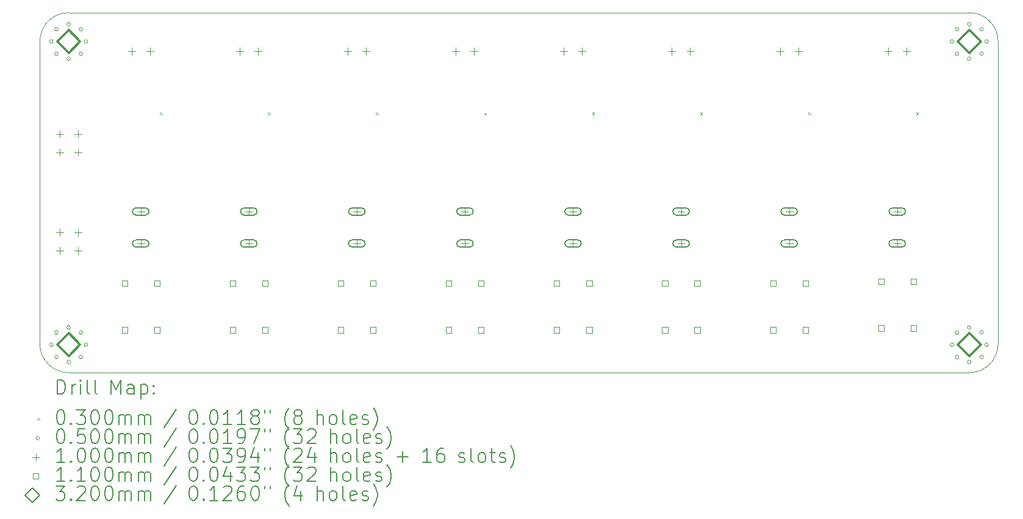
<source format=gbr>
%TF.GenerationSoftware,KiCad,Pcbnew,(6.99.0-2815-gbbc0c61ccb)*%
%TF.CreationDate,2022-10-20T00:59:06+07:00*%
%TF.ProjectId,Input_Switch_8X,496e7075-745f-4537-9769-7463685f3858,rev?*%
%TF.SameCoordinates,Original*%
%TF.FileFunction,Drillmap*%
%TF.FilePolarity,Positive*%
%FSLAX45Y45*%
G04 Gerber Fmt 4.5, Leading zero omitted, Abs format (unit mm)*
G04 Created by KiCad (PCBNEW (6.99.0-2815-gbbc0c61ccb)) date 2022-10-20 00:59:06*
%MOMM*%
%LPD*%
G01*
G04 APERTURE LIST*
%ADD10C,0.100000*%
%ADD11C,0.200000*%
%ADD12C,0.030000*%
%ADD13C,0.050000*%
%ADD14C,0.110000*%
%ADD15C,0.320000*%
G04 APERTURE END LIST*
D10*
X7700000Y-4390000D02*
G75*
G03*
X7300000Y-4790000I0J-400000D01*
G01*
X7700000Y-9387157D02*
X20200000Y-9387157D01*
X7300000Y-4790000D02*
X7300000Y-8987157D01*
X7300003Y-8987157D02*
G75*
G03*
X7700000Y-9387157I399997J-3D01*
G01*
X20600000Y-4790000D02*
G75*
G03*
X20200000Y-4390000I-400000J0D01*
G01*
X20200000Y-9387160D02*
G75*
G03*
X20600000Y-8987157I0J400000D01*
G01*
X20200000Y-4390000D02*
X7700000Y-4390000D01*
X20600000Y-8987157D02*
X20600000Y-4790000D01*
D11*
D12*
X8965000Y-5772500D02*
X8995000Y-5802500D01*
X8995000Y-5772500D02*
X8965000Y-5802500D01*
X10467500Y-5772500D02*
X10497500Y-5802500D01*
X10497500Y-5772500D02*
X10467500Y-5802500D01*
X11965000Y-5772500D02*
X11995000Y-5802500D01*
X11995000Y-5772500D02*
X11965000Y-5802500D01*
X13467500Y-5777500D02*
X13497500Y-5807500D01*
X13497500Y-5777500D02*
X13467500Y-5807500D01*
X14967500Y-5775000D02*
X14997500Y-5805000D01*
X14997500Y-5775000D02*
X14967500Y-5805000D01*
X16465000Y-5775000D02*
X16495000Y-5805000D01*
X16495000Y-5775000D02*
X16465000Y-5805000D01*
X17965000Y-5772500D02*
X17995000Y-5802500D01*
X17995000Y-5772500D02*
X17965000Y-5802500D01*
X19462500Y-5772500D02*
X19492500Y-5802500D01*
X19492500Y-5772500D02*
X19462500Y-5802500D01*
D13*
X7485000Y-4790000D02*
G75*
G03*
X7485000Y-4790000I-25000J0D01*
G01*
X7485000Y-9000000D02*
G75*
G03*
X7485000Y-9000000I-25000J0D01*
G01*
X7555294Y-4620294D02*
G75*
G03*
X7555294Y-4620294I-25000J0D01*
G01*
X7555294Y-4959706D02*
G75*
G03*
X7555294Y-4959706I-25000J0D01*
G01*
X7555294Y-8830294D02*
G75*
G03*
X7555294Y-8830294I-25000J0D01*
G01*
X7555294Y-9169706D02*
G75*
G03*
X7555294Y-9169706I-25000J0D01*
G01*
X7725000Y-4550000D02*
G75*
G03*
X7725000Y-4550000I-25000J0D01*
G01*
X7725000Y-5030000D02*
G75*
G03*
X7725000Y-5030000I-25000J0D01*
G01*
X7725000Y-8760000D02*
G75*
G03*
X7725000Y-8760000I-25000J0D01*
G01*
X7725000Y-9240000D02*
G75*
G03*
X7725000Y-9240000I-25000J0D01*
G01*
X7894706Y-4620294D02*
G75*
G03*
X7894706Y-4620294I-25000J0D01*
G01*
X7894706Y-4959706D02*
G75*
G03*
X7894706Y-4959706I-25000J0D01*
G01*
X7894706Y-8830294D02*
G75*
G03*
X7894706Y-8830294I-25000J0D01*
G01*
X7894706Y-9169706D02*
G75*
G03*
X7894706Y-9169706I-25000J0D01*
G01*
X7965000Y-4790000D02*
G75*
G03*
X7965000Y-4790000I-25000J0D01*
G01*
X7965000Y-9000000D02*
G75*
G03*
X7965000Y-9000000I-25000J0D01*
G01*
X19985000Y-4790000D02*
G75*
G03*
X19985000Y-4790000I-25000J0D01*
G01*
X19985000Y-9000000D02*
G75*
G03*
X19985000Y-9000000I-25000J0D01*
G01*
X20055294Y-4620294D02*
G75*
G03*
X20055294Y-4620294I-25000J0D01*
G01*
X20055294Y-4959706D02*
G75*
G03*
X20055294Y-4959706I-25000J0D01*
G01*
X20055294Y-8830294D02*
G75*
G03*
X20055294Y-8830294I-25000J0D01*
G01*
X20055294Y-9169706D02*
G75*
G03*
X20055294Y-9169706I-25000J0D01*
G01*
X20225000Y-4550000D02*
G75*
G03*
X20225000Y-4550000I-25000J0D01*
G01*
X20225000Y-5030000D02*
G75*
G03*
X20225000Y-5030000I-25000J0D01*
G01*
X20225000Y-8760000D02*
G75*
G03*
X20225000Y-8760000I-25000J0D01*
G01*
X20225000Y-9240000D02*
G75*
G03*
X20225000Y-9240000I-25000J0D01*
G01*
X20394706Y-4620294D02*
G75*
G03*
X20394706Y-4620294I-25000J0D01*
G01*
X20394706Y-4959706D02*
G75*
G03*
X20394706Y-4959706I-25000J0D01*
G01*
X20394706Y-8830294D02*
G75*
G03*
X20394706Y-8830294I-25000J0D01*
G01*
X20394706Y-9169706D02*
G75*
G03*
X20394706Y-9169706I-25000J0D01*
G01*
X20465000Y-4790000D02*
G75*
G03*
X20465000Y-4790000I-25000J0D01*
G01*
X20465000Y-9000000D02*
G75*
G03*
X20465000Y-9000000I-25000J0D01*
G01*
D10*
X7573500Y-6023500D02*
X7573500Y-6123500D01*
X7523500Y-6073500D02*
X7623500Y-6073500D01*
X7573500Y-6277500D02*
X7573500Y-6377500D01*
X7523500Y-6327500D02*
X7623500Y-6327500D01*
X7573500Y-7393500D02*
X7573500Y-7493500D01*
X7523500Y-7443500D02*
X7623500Y-7443500D01*
X7573500Y-7647500D02*
X7573500Y-7747500D01*
X7523500Y-7697500D02*
X7623500Y-7697500D01*
X7827500Y-6023500D02*
X7827500Y-6123500D01*
X7777500Y-6073500D02*
X7877500Y-6073500D01*
X7827500Y-6277500D02*
X7827500Y-6377500D01*
X7777500Y-6327500D02*
X7877500Y-6327500D01*
X7827500Y-7393500D02*
X7827500Y-7493500D01*
X7777500Y-7443500D02*
X7877500Y-7443500D01*
X7827500Y-7647500D02*
X7827500Y-7747500D01*
X7777500Y-7697500D02*
X7877500Y-7697500D01*
X8572500Y-4875000D02*
X8572500Y-4975000D01*
X8522500Y-4925000D02*
X8622500Y-4925000D01*
X8700000Y-7100000D02*
X8700000Y-7200000D01*
X8650000Y-7150000D02*
X8750000Y-7150000D01*
D11*
X8635000Y-7200000D02*
X8765000Y-7200000D01*
X8765000Y-7200000D02*
G75*
G03*
X8765000Y-7100000I0J50000D01*
G01*
X8765000Y-7100000D02*
X8635000Y-7100000D01*
X8635000Y-7100000D02*
G75*
G03*
X8635000Y-7200000I0J-50000D01*
G01*
D10*
X8700000Y-7545000D02*
X8700000Y-7645000D01*
X8650000Y-7595000D02*
X8750000Y-7595000D01*
D11*
X8635000Y-7645000D02*
X8765000Y-7645000D01*
X8765000Y-7645000D02*
G75*
G03*
X8765000Y-7545000I0J50000D01*
G01*
X8765000Y-7545000D02*
X8635000Y-7545000D01*
X8635000Y-7545000D02*
G75*
G03*
X8635000Y-7645000I0J-50000D01*
G01*
D10*
X8826500Y-4875000D02*
X8826500Y-4975000D01*
X8776500Y-4925000D02*
X8876500Y-4925000D01*
X10072500Y-4875000D02*
X10072500Y-4975000D01*
X10022500Y-4925000D02*
X10122500Y-4925000D01*
X10200000Y-7100000D02*
X10200000Y-7200000D01*
X10150000Y-7150000D02*
X10250000Y-7150000D01*
D11*
X10135000Y-7200000D02*
X10265000Y-7200000D01*
X10265000Y-7200000D02*
G75*
G03*
X10265000Y-7100000I0J50000D01*
G01*
X10265000Y-7100000D02*
X10135000Y-7100000D01*
X10135000Y-7100000D02*
G75*
G03*
X10135000Y-7200000I0J-50000D01*
G01*
D10*
X10200000Y-7545000D02*
X10200000Y-7645000D01*
X10150000Y-7595000D02*
X10250000Y-7595000D01*
D11*
X10135000Y-7645000D02*
X10265000Y-7645000D01*
X10265000Y-7645000D02*
G75*
G03*
X10265000Y-7545000I0J50000D01*
G01*
X10265000Y-7545000D02*
X10135000Y-7545000D01*
X10135000Y-7545000D02*
G75*
G03*
X10135000Y-7645000I0J-50000D01*
G01*
D10*
X10326500Y-4875000D02*
X10326500Y-4975000D01*
X10276500Y-4925000D02*
X10376500Y-4925000D01*
X11572500Y-4875000D02*
X11572500Y-4975000D01*
X11522500Y-4925000D02*
X11622500Y-4925000D01*
X11700000Y-7100000D02*
X11700000Y-7200000D01*
X11650000Y-7150000D02*
X11750000Y-7150000D01*
D11*
X11635000Y-7200000D02*
X11765000Y-7200000D01*
X11765000Y-7200000D02*
G75*
G03*
X11765000Y-7100000I0J50000D01*
G01*
X11765000Y-7100000D02*
X11635000Y-7100000D01*
X11635000Y-7100000D02*
G75*
G03*
X11635000Y-7200000I0J-50000D01*
G01*
D10*
X11700000Y-7545000D02*
X11700000Y-7645000D01*
X11650000Y-7595000D02*
X11750000Y-7595000D01*
D11*
X11635000Y-7645000D02*
X11765000Y-7645000D01*
X11765000Y-7645000D02*
G75*
G03*
X11765000Y-7545000I0J50000D01*
G01*
X11765000Y-7545000D02*
X11635000Y-7545000D01*
X11635000Y-7545000D02*
G75*
G03*
X11635000Y-7645000I0J-50000D01*
G01*
D10*
X11826500Y-4875000D02*
X11826500Y-4975000D01*
X11776500Y-4925000D02*
X11876500Y-4925000D01*
X13072500Y-4875000D02*
X13072500Y-4975000D01*
X13022500Y-4925000D02*
X13122500Y-4925000D01*
X13200000Y-7100000D02*
X13200000Y-7200000D01*
X13150000Y-7150000D02*
X13250000Y-7150000D01*
D11*
X13135000Y-7200000D02*
X13265000Y-7200000D01*
X13265000Y-7200000D02*
G75*
G03*
X13265000Y-7100000I0J50000D01*
G01*
X13265000Y-7100000D02*
X13135000Y-7100000D01*
X13135000Y-7100000D02*
G75*
G03*
X13135000Y-7200000I0J-50000D01*
G01*
D10*
X13200000Y-7545000D02*
X13200000Y-7645000D01*
X13150000Y-7595000D02*
X13250000Y-7595000D01*
D11*
X13135000Y-7645000D02*
X13265000Y-7645000D01*
X13265000Y-7645000D02*
G75*
G03*
X13265000Y-7545000I0J50000D01*
G01*
X13265000Y-7545000D02*
X13135000Y-7545000D01*
X13135000Y-7545000D02*
G75*
G03*
X13135000Y-7645000I0J-50000D01*
G01*
D10*
X13326500Y-4875000D02*
X13326500Y-4975000D01*
X13276500Y-4925000D02*
X13376500Y-4925000D01*
X14572500Y-4875000D02*
X14572500Y-4975000D01*
X14522500Y-4925000D02*
X14622500Y-4925000D01*
X14700000Y-7100000D02*
X14700000Y-7200000D01*
X14650000Y-7150000D02*
X14750000Y-7150000D01*
D11*
X14635000Y-7200000D02*
X14765000Y-7200000D01*
X14765000Y-7200000D02*
G75*
G03*
X14765000Y-7100000I0J50000D01*
G01*
X14765000Y-7100000D02*
X14635000Y-7100000D01*
X14635000Y-7100000D02*
G75*
G03*
X14635000Y-7200000I0J-50000D01*
G01*
D10*
X14700000Y-7545000D02*
X14700000Y-7645000D01*
X14650000Y-7595000D02*
X14750000Y-7595000D01*
D11*
X14635000Y-7645000D02*
X14765000Y-7645000D01*
X14765000Y-7645000D02*
G75*
G03*
X14765000Y-7545000I0J50000D01*
G01*
X14765000Y-7545000D02*
X14635000Y-7545000D01*
X14635000Y-7545000D02*
G75*
G03*
X14635000Y-7645000I0J-50000D01*
G01*
D10*
X14826500Y-4875000D02*
X14826500Y-4975000D01*
X14776500Y-4925000D02*
X14876500Y-4925000D01*
X16072500Y-4875000D02*
X16072500Y-4975000D01*
X16022500Y-4925000D02*
X16122500Y-4925000D01*
X16200000Y-7100000D02*
X16200000Y-7200000D01*
X16150000Y-7150000D02*
X16250000Y-7150000D01*
D11*
X16135000Y-7200000D02*
X16265000Y-7200000D01*
X16265000Y-7200000D02*
G75*
G03*
X16265000Y-7100000I0J50000D01*
G01*
X16265000Y-7100000D02*
X16135000Y-7100000D01*
X16135000Y-7100000D02*
G75*
G03*
X16135000Y-7200000I0J-50000D01*
G01*
D10*
X16200000Y-7545000D02*
X16200000Y-7645000D01*
X16150000Y-7595000D02*
X16250000Y-7595000D01*
D11*
X16135000Y-7645000D02*
X16265000Y-7645000D01*
X16265000Y-7645000D02*
G75*
G03*
X16265000Y-7545000I0J50000D01*
G01*
X16265000Y-7545000D02*
X16135000Y-7545000D01*
X16135000Y-7545000D02*
G75*
G03*
X16135000Y-7645000I0J-50000D01*
G01*
D10*
X16326500Y-4875000D02*
X16326500Y-4975000D01*
X16276500Y-4925000D02*
X16376500Y-4925000D01*
X17572500Y-4875000D02*
X17572500Y-4975000D01*
X17522500Y-4925000D02*
X17622500Y-4925000D01*
X17700000Y-7100000D02*
X17700000Y-7200000D01*
X17650000Y-7150000D02*
X17750000Y-7150000D01*
D11*
X17635000Y-7200000D02*
X17765000Y-7200000D01*
X17765000Y-7200000D02*
G75*
G03*
X17765000Y-7100000I0J50000D01*
G01*
X17765000Y-7100000D02*
X17635000Y-7100000D01*
X17635000Y-7100000D02*
G75*
G03*
X17635000Y-7200000I0J-50000D01*
G01*
D10*
X17700000Y-7545000D02*
X17700000Y-7645000D01*
X17650000Y-7595000D02*
X17750000Y-7595000D01*
D11*
X17635000Y-7645000D02*
X17765000Y-7645000D01*
X17765000Y-7645000D02*
G75*
G03*
X17765000Y-7545000I0J50000D01*
G01*
X17765000Y-7545000D02*
X17635000Y-7545000D01*
X17635000Y-7545000D02*
G75*
G03*
X17635000Y-7645000I0J-50000D01*
G01*
D10*
X17826500Y-4875000D02*
X17826500Y-4975000D01*
X17776500Y-4925000D02*
X17876500Y-4925000D01*
X19072500Y-4875000D02*
X19072500Y-4975000D01*
X19022500Y-4925000D02*
X19122500Y-4925000D01*
X19200000Y-7100000D02*
X19200000Y-7200000D01*
X19150000Y-7150000D02*
X19250000Y-7150000D01*
D11*
X19135000Y-7200000D02*
X19265000Y-7200000D01*
X19265000Y-7200000D02*
G75*
G03*
X19265000Y-7100000I0J50000D01*
G01*
X19265000Y-7100000D02*
X19135000Y-7100000D01*
X19135000Y-7100000D02*
G75*
G03*
X19135000Y-7200000I0J-50000D01*
G01*
D10*
X19200000Y-7545000D02*
X19200000Y-7645000D01*
X19150000Y-7595000D02*
X19250000Y-7595000D01*
D11*
X19135000Y-7645000D02*
X19265000Y-7645000D01*
X19265000Y-7645000D02*
G75*
G03*
X19265000Y-7545000I0J50000D01*
G01*
X19265000Y-7545000D02*
X19135000Y-7545000D01*
X19135000Y-7545000D02*
G75*
G03*
X19135000Y-7645000I0J-50000D01*
G01*
D10*
X19326500Y-4875000D02*
X19326500Y-4975000D01*
X19276500Y-4925000D02*
X19376500Y-4925000D01*
D14*
X8513891Y-8183891D02*
X8513891Y-8106109D01*
X8436109Y-8106109D01*
X8436109Y-8183891D01*
X8513891Y-8183891D01*
X8513891Y-8833891D02*
X8513891Y-8756109D01*
X8436109Y-8756109D01*
X8436109Y-8833891D01*
X8513891Y-8833891D01*
X8963891Y-8183891D02*
X8963891Y-8106109D01*
X8886109Y-8106109D01*
X8886109Y-8183891D01*
X8963891Y-8183891D01*
X8963891Y-8833891D02*
X8963891Y-8756109D01*
X8886109Y-8756109D01*
X8886109Y-8833891D01*
X8963891Y-8833891D01*
X10013891Y-8183891D02*
X10013891Y-8106109D01*
X9936109Y-8106109D01*
X9936109Y-8183891D01*
X10013891Y-8183891D01*
X10013891Y-8833891D02*
X10013891Y-8756109D01*
X9936109Y-8756109D01*
X9936109Y-8833891D01*
X10013891Y-8833891D01*
X10463891Y-8183891D02*
X10463891Y-8106109D01*
X10386109Y-8106109D01*
X10386109Y-8183891D01*
X10463891Y-8183891D01*
X10463891Y-8833891D02*
X10463891Y-8756109D01*
X10386109Y-8756109D01*
X10386109Y-8833891D01*
X10463891Y-8833891D01*
X11513891Y-8183891D02*
X11513891Y-8106109D01*
X11436109Y-8106109D01*
X11436109Y-8183891D01*
X11513891Y-8183891D01*
X11513891Y-8833891D02*
X11513891Y-8756109D01*
X11436109Y-8756109D01*
X11436109Y-8833891D01*
X11513891Y-8833891D01*
X11963891Y-8183891D02*
X11963891Y-8106109D01*
X11886109Y-8106109D01*
X11886109Y-8183891D01*
X11963891Y-8183891D01*
X11963891Y-8833891D02*
X11963891Y-8756109D01*
X11886109Y-8756109D01*
X11886109Y-8833891D01*
X11963891Y-8833891D01*
X13013891Y-8183891D02*
X13013891Y-8106109D01*
X12936109Y-8106109D01*
X12936109Y-8183891D01*
X13013891Y-8183891D01*
X13013891Y-8833891D02*
X13013891Y-8756109D01*
X12936109Y-8756109D01*
X12936109Y-8833891D01*
X13013891Y-8833891D01*
X13463891Y-8183891D02*
X13463891Y-8106109D01*
X13386109Y-8106109D01*
X13386109Y-8183891D01*
X13463891Y-8183891D01*
X13463891Y-8833891D02*
X13463891Y-8756109D01*
X13386109Y-8756109D01*
X13386109Y-8833891D01*
X13463891Y-8833891D01*
X14513891Y-8183891D02*
X14513891Y-8106109D01*
X14436109Y-8106109D01*
X14436109Y-8183891D01*
X14513891Y-8183891D01*
X14513891Y-8833891D02*
X14513891Y-8756109D01*
X14436109Y-8756109D01*
X14436109Y-8833891D01*
X14513891Y-8833891D01*
X14963891Y-8183891D02*
X14963891Y-8106109D01*
X14886109Y-8106109D01*
X14886109Y-8183891D01*
X14963891Y-8183891D01*
X14963891Y-8833891D02*
X14963891Y-8756109D01*
X14886109Y-8756109D01*
X14886109Y-8833891D01*
X14963891Y-8833891D01*
X16013891Y-8183891D02*
X16013891Y-8106109D01*
X15936109Y-8106109D01*
X15936109Y-8183891D01*
X16013891Y-8183891D01*
X16013891Y-8833891D02*
X16013891Y-8756109D01*
X15936109Y-8756109D01*
X15936109Y-8833891D01*
X16013891Y-8833891D01*
X16463891Y-8183891D02*
X16463891Y-8106109D01*
X16386109Y-8106109D01*
X16386109Y-8183891D01*
X16463891Y-8183891D01*
X16463891Y-8833891D02*
X16463891Y-8756109D01*
X16386109Y-8756109D01*
X16386109Y-8833891D01*
X16463891Y-8833891D01*
X17513891Y-8183891D02*
X17513891Y-8106109D01*
X17436109Y-8106109D01*
X17436109Y-8183891D01*
X17513891Y-8183891D01*
X17513891Y-8833891D02*
X17513891Y-8756109D01*
X17436109Y-8756109D01*
X17436109Y-8833891D01*
X17513891Y-8833891D01*
X17963891Y-8183891D02*
X17963891Y-8106109D01*
X17886109Y-8106109D01*
X17886109Y-8183891D01*
X17963891Y-8183891D01*
X17963891Y-8833891D02*
X17963891Y-8756109D01*
X17886109Y-8756109D01*
X17886109Y-8833891D01*
X17963891Y-8833891D01*
X19013891Y-8158891D02*
X19013891Y-8081109D01*
X18936109Y-8081109D01*
X18936109Y-8158891D01*
X19013891Y-8158891D01*
X19013891Y-8808891D02*
X19013891Y-8731109D01*
X18936109Y-8731109D01*
X18936109Y-8808891D01*
X19013891Y-8808891D01*
X19463891Y-8158891D02*
X19463891Y-8081109D01*
X19386109Y-8081109D01*
X19386109Y-8158891D01*
X19463891Y-8158891D01*
X19463891Y-8808891D02*
X19463891Y-8731109D01*
X19386109Y-8731109D01*
X19386109Y-8808891D01*
X19463891Y-8808891D01*
D15*
X7700000Y-4950000D02*
X7860000Y-4790000D01*
X7700000Y-4630000D01*
X7540000Y-4790000D01*
X7700000Y-4950000D01*
X7700000Y-9160000D02*
X7860000Y-9000000D01*
X7700000Y-8840000D01*
X7540000Y-9000000D01*
X7700000Y-9160000D01*
X20200000Y-4950000D02*
X20360000Y-4790000D01*
X20200000Y-4630000D01*
X20040000Y-4790000D01*
X20200000Y-4950000D01*
X20200000Y-9160000D02*
X20360000Y-9000000D01*
X20200000Y-8840000D01*
X20040000Y-9000000D01*
X20200000Y-9160000D01*
D11*
X7542619Y-9685633D02*
X7542619Y-9485633D01*
X7542619Y-9485633D02*
X7590238Y-9485633D01*
X7590238Y-9485633D02*
X7618809Y-9495157D01*
X7618809Y-9495157D02*
X7637857Y-9514205D01*
X7637857Y-9514205D02*
X7647381Y-9533253D01*
X7647381Y-9533253D02*
X7656905Y-9571348D01*
X7656905Y-9571348D02*
X7656905Y-9599919D01*
X7656905Y-9599919D02*
X7647381Y-9638014D01*
X7647381Y-9638014D02*
X7637857Y-9657062D01*
X7637857Y-9657062D02*
X7618809Y-9676110D01*
X7618809Y-9676110D02*
X7590238Y-9685633D01*
X7590238Y-9685633D02*
X7542619Y-9685633D01*
X7742619Y-9685633D02*
X7742619Y-9552300D01*
X7742619Y-9590395D02*
X7752143Y-9571348D01*
X7752143Y-9571348D02*
X7761667Y-9561824D01*
X7761667Y-9561824D02*
X7780714Y-9552300D01*
X7780714Y-9552300D02*
X7799762Y-9552300D01*
X7866428Y-9685633D02*
X7866428Y-9552300D01*
X7866428Y-9485633D02*
X7856905Y-9495157D01*
X7856905Y-9495157D02*
X7866428Y-9504681D01*
X7866428Y-9504681D02*
X7875952Y-9495157D01*
X7875952Y-9495157D02*
X7866428Y-9485633D01*
X7866428Y-9485633D02*
X7866428Y-9504681D01*
X7990238Y-9685633D02*
X7971190Y-9676110D01*
X7971190Y-9676110D02*
X7961667Y-9657062D01*
X7961667Y-9657062D02*
X7961667Y-9485633D01*
X8095000Y-9685633D02*
X8075952Y-9676110D01*
X8075952Y-9676110D02*
X8066428Y-9657062D01*
X8066428Y-9657062D02*
X8066428Y-9485633D01*
X8291190Y-9685633D02*
X8291190Y-9485633D01*
X8291190Y-9485633D02*
X8357857Y-9628491D01*
X8357857Y-9628491D02*
X8424524Y-9485633D01*
X8424524Y-9485633D02*
X8424524Y-9685633D01*
X8605476Y-9685633D02*
X8605476Y-9580872D01*
X8605476Y-9580872D02*
X8595952Y-9561824D01*
X8595952Y-9561824D02*
X8576905Y-9552300D01*
X8576905Y-9552300D02*
X8538809Y-9552300D01*
X8538809Y-9552300D02*
X8519762Y-9561824D01*
X8605476Y-9676110D02*
X8586429Y-9685633D01*
X8586429Y-9685633D02*
X8538809Y-9685633D01*
X8538809Y-9685633D02*
X8519762Y-9676110D01*
X8519762Y-9676110D02*
X8510238Y-9657062D01*
X8510238Y-9657062D02*
X8510238Y-9638014D01*
X8510238Y-9638014D02*
X8519762Y-9618967D01*
X8519762Y-9618967D02*
X8538809Y-9609443D01*
X8538809Y-9609443D02*
X8586429Y-9609443D01*
X8586429Y-9609443D02*
X8605476Y-9599919D01*
X8700714Y-9552300D02*
X8700714Y-9752300D01*
X8700714Y-9561824D02*
X8719762Y-9552300D01*
X8719762Y-9552300D02*
X8757857Y-9552300D01*
X8757857Y-9552300D02*
X8776905Y-9561824D01*
X8776905Y-9561824D02*
X8786429Y-9571348D01*
X8786429Y-9571348D02*
X8795952Y-9590395D01*
X8795952Y-9590395D02*
X8795952Y-9647538D01*
X8795952Y-9647538D02*
X8786429Y-9666586D01*
X8786429Y-9666586D02*
X8776905Y-9676110D01*
X8776905Y-9676110D02*
X8757857Y-9685633D01*
X8757857Y-9685633D02*
X8719762Y-9685633D01*
X8719762Y-9685633D02*
X8700714Y-9676110D01*
X8881667Y-9666586D02*
X8891190Y-9676110D01*
X8891190Y-9676110D02*
X8881667Y-9685633D01*
X8881667Y-9685633D02*
X8872143Y-9676110D01*
X8872143Y-9676110D02*
X8881667Y-9666586D01*
X8881667Y-9666586D02*
X8881667Y-9685633D01*
X8881667Y-9561824D02*
X8891190Y-9571348D01*
X8891190Y-9571348D02*
X8881667Y-9580872D01*
X8881667Y-9580872D02*
X8872143Y-9571348D01*
X8872143Y-9571348D02*
X8881667Y-9561824D01*
X8881667Y-9561824D02*
X8881667Y-9580872D01*
D12*
X7265000Y-10017157D02*
X7295000Y-10047157D01*
X7295000Y-10017157D02*
X7265000Y-10047157D01*
D11*
X7580714Y-9905633D02*
X7599762Y-9905633D01*
X7599762Y-9905633D02*
X7618809Y-9915157D01*
X7618809Y-9915157D02*
X7628333Y-9924681D01*
X7628333Y-9924681D02*
X7637857Y-9943729D01*
X7637857Y-9943729D02*
X7647381Y-9981824D01*
X7647381Y-9981824D02*
X7647381Y-10029443D01*
X7647381Y-10029443D02*
X7637857Y-10067538D01*
X7637857Y-10067538D02*
X7628333Y-10086586D01*
X7628333Y-10086586D02*
X7618809Y-10096110D01*
X7618809Y-10096110D02*
X7599762Y-10105633D01*
X7599762Y-10105633D02*
X7580714Y-10105633D01*
X7580714Y-10105633D02*
X7561667Y-10096110D01*
X7561667Y-10096110D02*
X7552143Y-10086586D01*
X7552143Y-10086586D02*
X7542619Y-10067538D01*
X7542619Y-10067538D02*
X7533095Y-10029443D01*
X7533095Y-10029443D02*
X7533095Y-9981824D01*
X7533095Y-9981824D02*
X7542619Y-9943729D01*
X7542619Y-9943729D02*
X7552143Y-9924681D01*
X7552143Y-9924681D02*
X7561667Y-9915157D01*
X7561667Y-9915157D02*
X7580714Y-9905633D01*
X7733095Y-10086586D02*
X7742619Y-10096110D01*
X7742619Y-10096110D02*
X7733095Y-10105633D01*
X7733095Y-10105633D02*
X7723571Y-10096110D01*
X7723571Y-10096110D02*
X7733095Y-10086586D01*
X7733095Y-10086586D02*
X7733095Y-10105633D01*
X7809286Y-9905633D02*
X7933095Y-9905633D01*
X7933095Y-9905633D02*
X7866428Y-9981824D01*
X7866428Y-9981824D02*
X7895000Y-9981824D01*
X7895000Y-9981824D02*
X7914048Y-9991348D01*
X7914048Y-9991348D02*
X7923571Y-10000872D01*
X7923571Y-10000872D02*
X7933095Y-10019919D01*
X7933095Y-10019919D02*
X7933095Y-10067538D01*
X7933095Y-10067538D02*
X7923571Y-10086586D01*
X7923571Y-10086586D02*
X7914048Y-10096110D01*
X7914048Y-10096110D02*
X7895000Y-10105633D01*
X7895000Y-10105633D02*
X7837857Y-10105633D01*
X7837857Y-10105633D02*
X7818809Y-10096110D01*
X7818809Y-10096110D02*
X7809286Y-10086586D01*
X8056905Y-9905633D02*
X8075952Y-9905633D01*
X8075952Y-9905633D02*
X8095000Y-9915157D01*
X8095000Y-9915157D02*
X8104524Y-9924681D01*
X8104524Y-9924681D02*
X8114048Y-9943729D01*
X8114048Y-9943729D02*
X8123571Y-9981824D01*
X8123571Y-9981824D02*
X8123571Y-10029443D01*
X8123571Y-10029443D02*
X8114048Y-10067538D01*
X8114048Y-10067538D02*
X8104524Y-10086586D01*
X8104524Y-10086586D02*
X8095000Y-10096110D01*
X8095000Y-10096110D02*
X8075952Y-10105633D01*
X8075952Y-10105633D02*
X8056905Y-10105633D01*
X8056905Y-10105633D02*
X8037857Y-10096110D01*
X8037857Y-10096110D02*
X8028333Y-10086586D01*
X8028333Y-10086586D02*
X8018809Y-10067538D01*
X8018809Y-10067538D02*
X8009286Y-10029443D01*
X8009286Y-10029443D02*
X8009286Y-9981824D01*
X8009286Y-9981824D02*
X8018809Y-9943729D01*
X8018809Y-9943729D02*
X8028333Y-9924681D01*
X8028333Y-9924681D02*
X8037857Y-9915157D01*
X8037857Y-9915157D02*
X8056905Y-9905633D01*
X8247381Y-9905633D02*
X8266429Y-9905633D01*
X8266429Y-9905633D02*
X8285476Y-9915157D01*
X8285476Y-9915157D02*
X8295000Y-9924681D01*
X8295000Y-9924681D02*
X8304524Y-9943729D01*
X8304524Y-9943729D02*
X8314048Y-9981824D01*
X8314048Y-9981824D02*
X8314048Y-10029443D01*
X8314048Y-10029443D02*
X8304524Y-10067538D01*
X8304524Y-10067538D02*
X8295000Y-10086586D01*
X8295000Y-10086586D02*
X8285476Y-10096110D01*
X8285476Y-10096110D02*
X8266429Y-10105633D01*
X8266429Y-10105633D02*
X8247381Y-10105633D01*
X8247381Y-10105633D02*
X8228333Y-10096110D01*
X8228333Y-10096110D02*
X8218809Y-10086586D01*
X8218809Y-10086586D02*
X8209286Y-10067538D01*
X8209286Y-10067538D02*
X8199762Y-10029443D01*
X8199762Y-10029443D02*
X8199762Y-9981824D01*
X8199762Y-9981824D02*
X8209286Y-9943729D01*
X8209286Y-9943729D02*
X8218809Y-9924681D01*
X8218809Y-9924681D02*
X8228333Y-9915157D01*
X8228333Y-9915157D02*
X8247381Y-9905633D01*
X8399762Y-10105633D02*
X8399762Y-9972300D01*
X8399762Y-9991348D02*
X8409286Y-9981824D01*
X8409286Y-9981824D02*
X8428333Y-9972300D01*
X8428333Y-9972300D02*
X8456905Y-9972300D01*
X8456905Y-9972300D02*
X8475952Y-9981824D01*
X8475952Y-9981824D02*
X8485476Y-10000872D01*
X8485476Y-10000872D02*
X8485476Y-10105633D01*
X8485476Y-10000872D02*
X8495000Y-9981824D01*
X8495000Y-9981824D02*
X8514048Y-9972300D01*
X8514048Y-9972300D02*
X8542619Y-9972300D01*
X8542619Y-9972300D02*
X8561667Y-9981824D01*
X8561667Y-9981824D02*
X8571191Y-10000872D01*
X8571191Y-10000872D02*
X8571191Y-10105633D01*
X8666429Y-10105633D02*
X8666429Y-9972300D01*
X8666429Y-9991348D02*
X8675952Y-9981824D01*
X8675952Y-9981824D02*
X8695000Y-9972300D01*
X8695000Y-9972300D02*
X8723572Y-9972300D01*
X8723572Y-9972300D02*
X8742619Y-9981824D01*
X8742619Y-9981824D02*
X8752143Y-10000872D01*
X8752143Y-10000872D02*
X8752143Y-10105633D01*
X8752143Y-10000872D02*
X8761667Y-9981824D01*
X8761667Y-9981824D02*
X8780714Y-9972300D01*
X8780714Y-9972300D02*
X8809286Y-9972300D01*
X8809286Y-9972300D02*
X8828333Y-9981824D01*
X8828333Y-9981824D02*
X8837857Y-10000872D01*
X8837857Y-10000872D02*
X8837857Y-10105633D01*
X9195952Y-9896110D02*
X9024524Y-10153253D01*
X9420714Y-9905633D02*
X9439762Y-9905633D01*
X9439762Y-9905633D02*
X9458810Y-9915157D01*
X9458810Y-9915157D02*
X9468333Y-9924681D01*
X9468333Y-9924681D02*
X9477857Y-9943729D01*
X9477857Y-9943729D02*
X9487381Y-9981824D01*
X9487381Y-9981824D02*
X9487381Y-10029443D01*
X9487381Y-10029443D02*
X9477857Y-10067538D01*
X9477857Y-10067538D02*
X9468333Y-10086586D01*
X9468333Y-10086586D02*
X9458810Y-10096110D01*
X9458810Y-10096110D02*
X9439762Y-10105633D01*
X9439762Y-10105633D02*
X9420714Y-10105633D01*
X9420714Y-10105633D02*
X9401667Y-10096110D01*
X9401667Y-10096110D02*
X9392143Y-10086586D01*
X9392143Y-10086586D02*
X9382619Y-10067538D01*
X9382619Y-10067538D02*
X9373095Y-10029443D01*
X9373095Y-10029443D02*
X9373095Y-9981824D01*
X9373095Y-9981824D02*
X9382619Y-9943729D01*
X9382619Y-9943729D02*
X9392143Y-9924681D01*
X9392143Y-9924681D02*
X9401667Y-9915157D01*
X9401667Y-9915157D02*
X9420714Y-9905633D01*
X9573095Y-10086586D02*
X9582619Y-10096110D01*
X9582619Y-10096110D02*
X9573095Y-10105633D01*
X9573095Y-10105633D02*
X9563572Y-10096110D01*
X9563572Y-10096110D02*
X9573095Y-10086586D01*
X9573095Y-10086586D02*
X9573095Y-10105633D01*
X9706429Y-9905633D02*
X9725476Y-9905633D01*
X9725476Y-9905633D02*
X9744524Y-9915157D01*
X9744524Y-9915157D02*
X9754048Y-9924681D01*
X9754048Y-9924681D02*
X9763572Y-9943729D01*
X9763572Y-9943729D02*
X9773095Y-9981824D01*
X9773095Y-9981824D02*
X9773095Y-10029443D01*
X9773095Y-10029443D02*
X9763572Y-10067538D01*
X9763572Y-10067538D02*
X9754048Y-10086586D01*
X9754048Y-10086586D02*
X9744524Y-10096110D01*
X9744524Y-10096110D02*
X9725476Y-10105633D01*
X9725476Y-10105633D02*
X9706429Y-10105633D01*
X9706429Y-10105633D02*
X9687381Y-10096110D01*
X9687381Y-10096110D02*
X9677857Y-10086586D01*
X9677857Y-10086586D02*
X9668333Y-10067538D01*
X9668333Y-10067538D02*
X9658810Y-10029443D01*
X9658810Y-10029443D02*
X9658810Y-9981824D01*
X9658810Y-9981824D02*
X9668333Y-9943729D01*
X9668333Y-9943729D02*
X9677857Y-9924681D01*
X9677857Y-9924681D02*
X9687381Y-9915157D01*
X9687381Y-9915157D02*
X9706429Y-9905633D01*
X9963572Y-10105633D02*
X9849286Y-10105633D01*
X9906429Y-10105633D02*
X9906429Y-9905633D01*
X9906429Y-9905633D02*
X9887381Y-9934205D01*
X9887381Y-9934205D02*
X9868333Y-9953253D01*
X9868333Y-9953253D02*
X9849286Y-9962776D01*
X10154048Y-10105633D02*
X10039762Y-10105633D01*
X10096905Y-10105633D02*
X10096905Y-9905633D01*
X10096905Y-9905633D02*
X10077857Y-9934205D01*
X10077857Y-9934205D02*
X10058810Y-9953253D01*
X10058810Y-9953253D02*
X10039762Y-9962776D01*
X10268333Y-9991348D02*
X10249286Y-9981824D01*
X10249286Y-9981824D02*
X10239762Y-9972300D01*
X10239762Y-9972300D02*
X10230238Y-9953253D01*
X10230238Y-9953253D02*
X10230238Y-9943729D01*
X10230238Y-9943729D02*
X10239762Y-9924681D01*
X10239762Y-9924681D02*
X10249286Y-9915157D01*
X10249286Y-9915157D02*
X10268333Y-9905633D01*
X10268333Y-9905633D02*
X10306429Y-9905633D01*
X10306429Y-9905633D02*
X10325476Y-9915157D01*
X10325476Y-9915157D02*
X10335000Y-9924681D01*
X10335000Y-9924681D02*
X10344524Y-9943729D01*
X10344524Y-9943729D02*
X10344524Y-9953253D01*
X10344524Y-9953253D02*
X10335000Y-9972300D01*
X10335000Y-9972300D02*
X10325476Y-9981824D01*
X10325476Y-9981824D02*
X10306429Y-9991348D01*
X10306429Y-9991348D02*
X10268333Y-9991348D01*
X10268333Y-9991348D02*
X10249286Y-10000872D01*
X10249286Y-10000872D02*
X10239762Y-10010395D01*
X10239762Y-10010395D02*
X10230238Y-10029443D01*
X10230238Y-10029443D02*
X10230238Y-10067538D01*
X10230238Y-10067538D02*
X10239762Y-10086586D01*
X10239762Y-10086586D02*
X10249286Y-10096110D01*
X10249286Y-10096110D02*
X10268333Y-10105633D01*
X10268333Y-10105633D02*
X10306429Y-10105633D01*
X10306429Y-10105633D02*
X10325476Y-10096110D01*
X10325476Y-10096110D02*
X10335000Y-10086586D01*
X10335000Y-10086586D02*
X10344524Y-10067538D01*
X10344524Y-10067538D02*
X10344524Y-10029443D01*
X10344524Y-10029443D02*
X10335000Y-10010395D01*
X10335000Y-10010395D02*
X10325476Y-10000872D01*
X10325476Y-10000872D02*
X10306429Y-9991348D01*
X10420714Y-9905633D02*
X10420714Y-9943729D01*
X10496905Y-9905633D02*
X10496905Y-9943729D01*
X10759762Y-10181824D02*
X10750238Y-10172300D01*
X10750238Y-10172300D02*
X10731191Y-10143729D01*
X10731191Y-10143729D02*
X10721667Y-10124681D01*
X10721667Y-10124681D02*
X10712143Y-10096110D01*
X10712143Y-10096110D02*
X10702619Y-10048491D01*
X10702619Y-10048491D02*
X10702619Y-10010395D01*
X10702619Y-10010395D02*
X10712143Y-9962776D01*
X10712143Y-9962776D02*
X10721667Y-9934205D01*
X10721667Y-9934205D02*
X10731191Y-9915157D01*
X10731191Y-9915157D02*
X10750238Y-9886586D01*
X10750238Y-9886586D02*
X10759762Y-9877062D01*
X10864524Y-9991348D02*
X10845476Y-9981824D01*
X10845476Y-9981824D02*
X10835953Y-9972300D01*
X10835953Y-9972300D02*
X10826429Y-9953253D01*
X10826429Y-9953253D02*
X10826429Y-9943729D01*
X10826429Y-9943729D02*
X10835953Y-9924681D01*
X10835953Y-9924681D02*
X10845476Y-9915157D01*
X10845476Y-9915157D02*
X10864524Y-9905633D01*
X10864524Y-9905633D02*
X10902619Y-9905633D01*
X10902619Y-9905633D02*
X10921667Y-9915157D01*
X10921667Y-9915157D02*
X10931191Y-9924681D01*
X10931191Y-9924681D02*
X10940714Y-9943729D01*
X10940714Y-9943729D02*
X10940714Y-9953253D01*
X10940714Y-9953253D02*
X10931191Y-9972300D01*
X10931191Y-9972300D02*
X10921667Y-9981824D01*
X10921667Y-9981824D02*
X10902619Y-9991348D01*
X10902619Y-9991348D02*
X10864524Y-9991348D01*
X10864524Y-9991348D02*
X10845476Y-10000872D01*
X10845476Y-10000872D02*
X10835953Y-10010395D01*
X10835953Y-10010395D02*
X10826429Y-10029443D01*
X10826429Y-10029443D02*
X10826429Y-10067538D01*
X10826429Y-10067538D02*
X10835953Y-10086586D01*
X10835953Y-10086586D02*
X10845476Y-10096110D01*
X10845476Y-10096110D02*
X10864524Y-10105633D01*
X10864524Y-10105633D02*
X10902619Y-10105633D01*
X10902619Y-10105633D02*
X10921667Y-10096110D01*
X10921667Y-10096110D02*
X10931191Y-10086586D01*
X10931191Y-10086586D02*
X10940714Y-10067538D01*
X10940714Y-10067538D02*
X10940714Y-10029443D01*
X10940714Y-10029443D02*
X10931191Y-10010395D01*
X10931191Y-10010395D02*
X10921667Y-10000872D01*
X10921667Y-10000872D02*
X10902619Y-9991348D01*
X11146429Y-10105633D02*
X11146429Y-9905633D01*
X11232143Y-10105633D02*
X11232143Y-10000872D01*
X11232143Y-10000872D02*
X11222619Y-9981824D01*
X11222619Y-9981824D02*
X11203572Y-9972300D01*
X11203572Y-9972300D02*
X11175000Y-9972300D01*
X11175000Y-9972300D02*
X11155953Y-9981824D01*
X11155953Y-9981824D02*
X11146429Y-9991348D01*
X11355952Y-10105633D02*
X11336905Y-10096110D01*
X11336905Y-10096110D02*
X11327381Y-10086586D01*
X11327381Y-10086586D02*
X11317857Y-10067538D01*
X11317857Y-10067538D02*
X11317857Y-10010395D01*
X11317857Y-10010395D02*
X11327381Y-9991348D01*
X11327381Y-9991348D02*
X11336905Y-9981824D01*
X11336905Y-9981824D02*
X11355952Y-9972300D01*
X11355952Y-9972300D02*
X11384524Y-9972300D01*
X11384524Y-9972300D02*
X11403572Y-9981824D01*
X11403572Y-9981824D02*
X11413095Y-9991348D01*
X11413095Y-9991348D02*
X11422619Y-10010395D01*
X11422619Y-10010395D02*
X11422619Y-10067538D01*
X11422619Y-10067538D02*
X11413095Y-10086586D01*
X11413095Y-10086586D02*
X11403572Y-10096110D01*
X11403572Y-10096110D02*
X11384524Y-10105633D01*
X11384524Y-10105633D02*
X11355952Y-10105633D01*
X11536905Y-10105633D02*
X11517857Y-10096110D01*
X11517857Y-10096110D02*
X11508333Y-10077062D01*
X11508333Y-10077062D02*
X11508333Y-9905633D01*
X11689286Y-10096110D02*
X11670238Y-10105633D01*
X11670238Y-10105633D02*
X11632143Y-10105633D01*
X11632143Y-10105633D02*
X11613095Y-10096110D01*
X11613095Y-10096110D02*
X11603572Y-10077062D01*
X11603572Y-10077062D02*
X11603572Y-10000872D01*
X11603572Y-10000872D02*
X11613095Y-9981824D01*
X11613095Y-9981824D02*
X11632143Y-9972300D01*
X11632143Y-9972300D02*
X11670238Y-9972300D01*
X11670238Y-9972300D02*
X11689286Y-9981824D01*
X11689286Y-9981824D02*
X11698810Y-10000872D01*
X11698810Y-10000872D02*
X11698810Y-10019919D01*
X11698810Y-10019919D02*
X11603572Y-10038967D01*
X11775000Y-10096110D02*
X11794048Y-10105633D01*
X11794048Y-10105633D02*
X11832143Y-10105633D01*
X11832143Y-10105633D02*
X11851191Y-10096110D01*
X11851191Y-10096110D02*
X11860714Y-10077062D01*
X11860714Y-10077062D02*
X11860714Y-10067538D01*
X11860714Y-10067538D02*
X11851191Y-10048491D01*
X11851191Y-10048491D02*
X11832143Y-10038967D01*
X11832143Y-10038967D02*
X11803572Y-10038967D01*
X11803572Y-10038967D02*
X11784524Y-10029443D01*
X11784524Y-10029443D02*
X11775000Y-10010395D01*
X11775000Y-10010395D02*
X11775000Y-10000872D01*
X11775000Y-10000872D02*
X11784524Y-9981824D01*
X11784524Y-9981824D02*
X11803572Y-9972300D01*
X11803572Y-9972300D02*
X11832143Y-9972300D01*
X11832143Y-9972300D02*
X11851191Y-9981824D01*
X11927381Y-10181824D02*
X11936905Y-10172300D01*
X11936905Y-10172300D02*
X11955953Y-10143729D01*
X11955953Y-10143729D02*
X11965476Y-10124681D01*
X11965476Y-10124681D02*
X11975000Y-10096110D01*
X11975000Y-10096110D02*
X11984524Y-10048491D01*
X11984524Y-10048491D02*
X11984524Y-10010395D01*
X11984524Y-10010395D02*
X11975000Y-9962776D01*
X11975000Y-9962776D02*
X11965476Y-9934205D01*
X11965476Y-9934205D02*
X11955953Y-9915157D01*
X11955953Y-9915157D02*
X11936905Y-9886586D01*
X11936905Y-9886586D02*
X11927381Y-9877062D01*
D13*
X7295000Y-10296157D02*
G75*
G03*
X7295000Y-10296157I-25000J0D01*
G01*
D11*
X7580714Y-10169633D02*
X7599762Y-10169633D01*
X7599762Y-10169633D02*
X7618809Y-10179157D01*
X7618809Y-10179157D02*
X7628333Y-10188681D01*
X7628333Y-10188681D02*
X7637857Y-10207729D01*
X7637857Y-10207729D02*
X7647381Y-10245824D01*
X7647381Y-10245824D02*
X7647381Y-10293443D01*
X7647381Y-10293443D02*
X7637857Y-10331538D01*
X7637857Y-10331538D02*
X7628333Y-10350586D01*
X7628333Y-10350586D02*
X7618809Y-10360110D01*
X7618809Y-10360110D02*
X7599762Y-10369633D01*
X7599762Y-10369633D02*
X7580714Y-10369633D01*
X7580714Y-10369633D02*
X7561667Y-10360110D01*
X7561667Y-10360110D02*
X7552143Y-10350586D01*
X7552143Y-10350586D02*
X7542619Y-10331538D01*
X7542619Y-10331538D02*
X7533095Y-10293443D01*
X7533095Y-10293443D02*
X7533095Y-10245824D01*
X7533095Y-10245824D02*
X7542619Y-10207729D01*
X7542619Y-10207729D02*
X7552143Y-10188681D01*
X7552143Y-10188681D02*
X7561667Y-10179157D01*
X7561667Y-10179157D02*
X7580714Y-10169633D01*
X7733095Y-10350586D02*
X7742619Y-10360110D01*
X7742619Y-10360110D02*
X7733095Y-10369633D01*
X7733095Y-10369633D02*
X7723571Y-10360110D01*
X7723571Y-10360110D02*
X7733095Y-10350586D01*
X7733095Y-10350586D02*
X7733095Y-10369633D01*
X7923571Y-10169633D02*
X7828333Y-10169633D01*
X7828333Y-10169633D02*
X7818809Y-10264872D01*
X7818809Y-10264872D02*
X7828333Y-10255348D01*
X7828333Y-10255348D02*
X7847381Y-10245824D01*
X7847381Y-10245824D02*
X7895000Y-10245824D01*
X7895000Y-10245824D02*
X7914048Y-10255348D01*
X7914048Y-10255348D02*
X7923571Y-10264872D01*
X7923571Y-10264872D02*
X7933095Y-10283919D01*
X7933095Y-10283919D02*
X7933095Y-10331538D01*
X7933095Y-10331538D02*
X7923571Y-10350586D01*
X7923571Y-10350586D02*
X7914048Y-10360110D01*
X7914048Y-10360110D02*
X7895000Y-10369633D01*
X7895000Y-10369633D02*
X7847381Y-10369633D01*
X7847381Y-10369633D02*
X7828333Y-10360110D01*
X7828333Y-10360110D02*
X7818809Y-10350586D01*
X8056905Y-10169633D02*
X8075952Y-10169633D01*
X8075952Y-10169633D02*
X8095000Y-10179157D01*
X8095000Y-10179157D02*
X8104524Y-10188681D01*
X8104524Y-10188681D02*
X8114048Y-10207729D01*
X8114048Y-10207729D02*
X8123571Y-10245824D01*
X8123571Y-10245824D02*
X8123571Y-10293443D01*
X8123571Y-10293443D02*
X8114048Y-10331538D01*
X8114048Y-10331538D02*
X8104524Y-10350586D01*
X8104524Y-10350586D02*
X8095000Y-10360110D01*
X8095000Y-10360110D02*
X8075952Y-10369633D01*
X8075952Y-10369633D02*
X8056905Y-10369633D01*
X8056905Y-10369633D02*
X8037857Y-10360110D01*
X8037857Y-10360110D02*
X8028333Y-10350586D01*
X8028333Y-10350586D02*
X8018809Y-10331538D01*
X8018809Y-10331538D02*
X8009286Y-10293443D01*
X8009286Y-10293443D02*
X8009286Y-10245824D01*
X8009286Y-10245824D02*
X8018809Y-10207729D01*
X8018809Y-10207729D02*
X8028333Y-10188681D01*
X8028333Y-10188681D02*
X8037857Y-10179157D01*
X8037857Y-10179157D02*
X8056905Y-10169633D01*
X8247381Y-10169633D02*
X8266429Y-10169633D01*
X8266429Y-10169633D02*
X8285476Y-10179157D01*
X8285476Y-10179157D02*
X8295000Y-10188681D01*
X8295000Y-10188681D02*
X8304524Y-10207729D01*
X8304524Y-10207729D02*
X8314048Y-10245824D01*
X8314048Y-10245824D02*
X8314048Y-10293443D01*
X8314048Y-10293443D02*
X8304524Y-10331538D01*
X8304524Y-10331538D02*
X8295000Y-10350586D01*
X8295000Y-10350586D02*
X8285476Y-10360110D01*
X8285476Y-10360110D02*
X8266429Y-10369633D01*
X8266429Y-10369633D02*
X8247381Y-10369633D01*
X8247381Y-10369633D02*
X8228333Y-10360110D01*
X8228333Y-10360110D02*
X8218809Y-10350586D01*
X8218809Y-10350586D02*
X8209286Y-10331538D01*
X8209286Y-10331538D02*
X8199762Y-10293443D01*
X8199762Y-10293443D02*
X8199762Y-10245824D01*
X8199762Y-10245824D02*
X8209286Y-10207729D01*
X8209286Y-10207729D02*
X8218809Y-10188681D01*
X8218809Y-10188681D02*
X8228333Y-10179157D01*
X8228333Y-10179157D02*
X8247381Y-10169633D01*
X8399762Y-10369633D02*
X8399762Y-10236300D01*
X8399762Y-10255348D02*
X8409286Y-10245824D01*
X8409286Y-10245824D02*
X8428333Y-10236300D01*
X8428333Y-10236300D02*
X8456905Y-10236300D01*
X8456905Y-10236300D02*
X8475952Y-10245824D01*
X8475952Y-10245824D02*
X8485476Y-10264872D01*
X8485476Y-10264872D02*
X8485476Y-10369633D01*
X8485476Y-10264872D02*
X8495000Y-10245824D01*
X8495000Y-10245824D02*
X8514048Y-10236300D01*
X8514048Y-10236300D02*
X8542619Y-10236300D01*
X8542619Y-10236300D02*
X8561667Y-10245824D01*
X8561667Y-10245824D02*
X8571191Y-10264872D01*
X8571191Y-10264872D02*
X8571191Y-10369633D01*
X8666429Y-10369633D02*
X8666429Y-10236300D01*
X8666429Y-10255348D02*
X8675952Y-10245824D01*
X8675952Y-10245824D02*
X8695000Y-10236300D01*
X8695000Y-10236300D02*
X8723572Y-10236300D01*
X8723572Y-10236300D02*
X8742619Y-10245824D01*
X8742619Y-10245824D02*
X8752143Y-10264872D01*
X8752143Y-10264872D02*
X8752143Y-10369633D01*
X8752143Y-10264872D02*
X8761667Y-10245824D01*
X8761667Y-10245824D02*
X8780714Y-10236300D01*
X8780714Y-10236300D02*
X8809286Y-10236300D01*
X8809286Y-10236300D02*
X8828333Y-10245824D01*
X8828333Y-10245824D02*
X8837857Y-10264872D01*
X8837857Y-10264872D02*
X8837857Y-10369633D01*
X9195952Y-10160110D02*
X9024524Y-10417253D01*
X9420714Y-10169633D02*
X9439762Y-10169633D01*
X9439762Y-10169633D02*
X9458810Y-10179157D01*
X9458810Y-10179157D02*
X9468333Y-10188681D01*
X9468333Y-10188681D02*
X9477857Y-10207729D01*
X9477857Y-10207729D02*
X9487381Y-10245824D01*
X9487381Y-10245824D02*
X9487381Y-10293443D01*
X9487381Y-10293443D02*
X9477857Y-10331538D01*
X9477857Y-10331538D02*
X9468333Y-10350586D01*
X9468333Y-10350586D02*
X9458810Y-10360110D01*
X9458810Y-10360110D02*
X9439762Y-10369633D01*
X9439762Y-10369633D02*
X9420714Y-10369633D01*
X9420714Y-10369633D02*
X9401667Y-10360110D01*
X9401667Y-10360110D02*
X9392143Y-10350586D01*
X9392143Y-10350586D02*
X9382619Y-10331538D01*
X9382619Y-10331538D02*
X9373095Y-10293443D01*
X9373095Y-10293443D02*
X9373095Y-10245824D01*
X9373095Y-10245824D02*
X9382619Y-10207729D01*
X9382619Y-10207729D02*
X9392143Y-10188681D01*
X9392143Y-10188681D02*
X9401667Y-10179157D01*
X9401667Y-10179157D02*
X9420714Y-10169633D01*
X9573095Y-10350586D02*
X9582619Y-10360110D01*
X9582619Y-10360110D02*
X9573095Y-10369633D01*
X9573095Y-10369633D02*
X9563572Y-10360110D01*
X9563572Y-10360110D02*
X9573095Y-10350586D01*
X9573095Y-10350586D02*
X9573095Y-10369633D01*
X9706429Y-10169633D02*
X9725476Y-10169633D01*
X9725476Y-10169633D02*
X9744524Y-10179157D01*
X9744524Y-10179157D02*
X9754048Y-10188681D01*
X9754048Y-10188681D02*
X9763572Y-10207729D01*
X9763572Y-10207729D02*
X9773095Y-10245824D01*
X9773095Y-10245824D02*
X9773095Y-10293443D01*
X9773095Y-10293443D02*
X9763572Y-10331538D01*
X9763572Y-10331538D02*
X9754048Y-10350586D01*
X9754048Y-10350586D02*
X9744524Y-10360110D01*
X9744524Y-10360110D02*
X9725476Y-10369633D01*
X9725476Y-10369633D02*
X9706429Y-10369633D01*
X9706429Y-10369633D02*
X9687381Y-10360110D01*
X9687381Y-10360110D02*
X9677857Y-10350586D01*
X9677857Y-10350586D02*
X9668333Y-10331538D01*
X9668333Y-10331538D02*
X9658810Y-10293443D01*
X9658810Y-10293443D02*
X9658810Y-10245824D01*
X9658810Y-10245824D02*
X9668333Y-10207729D01*
X9668333Y-10207729D02*
X9677857Y-10188681D01*
X9677857Y-10188681D02*
X9687381Y-10179157D01*
X9687381Y-10179157D02*
X9706429Y-10169633D01*
X9963572Y-10369633D02*
X9849286Y-10369633D01*
X9906429Y-10369633D02*
X9906429Y-10169633D01*
X9906429Y-10169633D02*
X9887381Y-10198205D01*
X9887381Y-10198205D02*
X9868333Y-10217253D01*
X9868333Y-10217253D02*
X9849286Y-10226776D01*
X10058810Y-10369633D02*
X10096905Y-10369633D01*
X10096905Y-10369633D02*
X10115953Y-10360110D01*
X10115953Y-10360110D02*
X10125476Y-10350586D01*
X10125476Y-10350586D02*
X10144524Y-10322014D01*
X10144524Y-10322014D02*
X10154048Y-10283919D01*
X10154048Y-10283919D02*
X10154048Y-10207729D01*
X10154048Y-10207729D02*
X10144524Y-10188681D01*
X10144524Y-10188681D02*
X10135000Y-10179157D01*
X10135000Y-10179157D02*
X10115953Y-10169633D01*
X10115953Y-10169633D02*
X10077857Y-10169633D01*
X10077857Y-10169633D02*
X10058810Y-10179157D01*
X10058810Y-10179157D02*
X10049286Y-10188681D01*
X10049286Y-10188681D02*
X10039762Y-10207729D01*
X10039762Y-10207729D02*
X10039762Y-10255348D01*
X10039762Y-10255348D02*
X10049286Y-10274395D01*
X10049286Y-10274395D02*
X10058810Y-10283919D01*
X10058810Y-10283919D02*
X10077857Y-10293443D01*
X10077857Y-10293443D02*
X10115953Y-10293443D01*
X10115953Y-10293443D02*
X10135000Y-10283919D01*
X10135000Y-10283919D02*
X10144524Y-10274395D01*
X10144524Y-10274395D02*
X10154048Y-10255348D01*
X10220714Y-10169633D02*
X10354048Y-10169633D01*
X10354048Y-10169633D02*
X10268333Y-10369633D01*
X10420714Y-10169633D02*
X10420714Y-10207729D01*
X10496905Y-10169633D02*
X10496905Y-10207729D01*
X10759762Y-10445824D02*
X10750238Y-10436300D01*
X10750238Y-10436300D02*
X10731191Y-10407729D01*
X10731191Y-10407729D02*
X10721667Y-10388681D01*
X10721667Y-10388681D02*
X10712143Y-10360110D01*
X10712143Y-10360110D02*
X10702619Y-10312491D01*
X10702619Y-10312491D02*
X10702619Y-10274395D01*
X10702619Y-10274395D02*
X10712143Y-10226776D01*
X10712143Y-10226776D02*
X10721667Y-10198205D01*
X10721667Y-10198205D02*
X10731191Y-10179157D01*
X10731191Y-10179157D02*
X10750238Y-10150586D01*
X10750238Y-10150586D02*
X10759762Y-10141062D01*
X10816905Y-10169633D02*
X10940714Y-10169633D01*
X10940714Y-10169633D02*
X10874048Y-10245824D01*
X10874048Y-10245824D02*
X10902619Y-10245824D01*
X10902619Y-10245824D02*
X10921667Y-10255348D01*
X10921667Y-10255348D02*
X10931191Y-10264872D01*
X10931191Y-10264872D02*
X10940714Y-10283919D01*
X10940714Y-10283919D02*
X10940714Y-10331538D01*
X10940714Y-10331538D02*
X10931191Y-10350586D01*
X10931191Y-10350586D02*
X10921667Y-10360110D01*
X10921667Y-10360110D02*
X10902619Y-10369633D01*
X10902619Y-10369633D02*
X10845476Y-10369633D01*
X10845476Y-10369633D02*
X10826429Y-10360110D01*
X10826429Y-10360110D02*
X10816905Y-10350586D01*
X11016905Y-10188681D02*
X11026429Y-10179157D01*
X11026429Y-10179157D02*
X11045476Y-10169633D01*
X11045476Y-10169633D02*
X11093095Y-10169633D01*
X11093095Y-10169633D02*
X11112143Y-10179157D01*
X11112143Y-10179157D02*
X11121667Y-10188681D01*
X11121667Y-10188681D02*
X11131191Y-10207729D01*
X11131191Y-10207729D02*
X11131191Y-10226776D01*
X11131191Y-10226776D02*
X11121667Y-10255348D01*
X11121667Y-10255348D02*
X11007381Y-10369633D01*
X11007381Y-10369633D02*
X11131191Y-10369633D01*
X11336905Y-10369633D02*
X11336905Y-10169633D01*
X11422619Y-10369633D02*
X11422619Y-10264872D01*
X11422619Y-10264872D02*
X11413095Y-10245824D01*
X11413095Y-10245824D02*
X11394048Y-10236300D01*
X11394048Y-10236300D02*
X11365476Y-10236300D01*
X11365476Y-10236300D02*
X11346429Y-10245824D01*
X11346429Y-10245824D02*
X11336905Y-10255348D01*
X11546429Y-10369633D02*
X11527381Y-10360110D01*
X11527381Y-10360110D02*
X11517857Y-10350586D01*
X11517857Y-10350586D02*
X11508333Y-10331538D01*
X11508333Y-10331538D02*
X11508333Y-10274395D01*
X11508333Y-10274395D02*
X11517857Y-10255348D01*
X11517857Y-10255348D02*
X11527381Y-10245824D01*
X11527381Y-10245824D02*
X11546429Y-10236300D01*
X11546429Y-10236300D02*
X11575000Y-10236300D01*
X11575000Y-10236300D02*
X11594048Y-10245824D01*
X11594048Y-10245824D02*
X11603572Y-10255348D01*
X11603572Y-10255348D02*
X11613095Y-10274395D01*
X11613095Y-10274395D02*
X11613095Y-10331538D01*
X11613095Y-10331538D02*
X11603572Y-10350586D01*
X11603572Y-10350586D02*
X11594048Y-10360110D01*
X11594048Y-10360110D02*
X11575000Y-10369633D01*
X11575000Y-10369633D02*
X11546429Y-10369633D01*
X11727381Y-10369633D02*
X11708333Y-10360110D01*
X11708333Y-10360110D02*
X11698810Y-10341062D01*
X11698810Y-10341062D02*
X11698810Y-10169633D01*
X11879762Y-10360110D02*
X11860714Y-10369633D01*
X11860714Y-10369633D02*
X11822619Y-10369633D01*
X11822619Y-10369633D02*
X11803572Y-10360110D01*
X11803572Y-10360110D02*
X11794048Y-10341062D01*
X11794048Y-10341062D02*
X11794048Y-10264872D01*
X11794048Y-10264872D02*
X11803572Y-10245824D01*
X11803572Y-10245824D02*
X11822619Y-10236300D01*
X11822619Y-10236300D02*
X11860714Y-10236300D01*
X11860714Y-10236300D02*
X11879762Y-10245824D01*
X11879762Y-10245824D02*
X11889286Y-10264872D01*
X11889286Y-10264872D02*
X11889286Y-10283919D01*
X11889286Y-10283919D02*
X11794048Y-10302967D01*
X11965476Y-10360110D02*
X11984524Y-10369633D01*
X11984524Y-10369633D02*
X12022619Y-10369633D01*
X12022619Y-10369633D02*
X12041667Y-10360110D01*
X12041667Y-10360110D02*
X12051191Y-10341062D01*
X12051191Y-10341062D02*
X12051191Y-10331538D01*
X12051191Y-10331538D02*
X12041667Y-10312491D01*
X12041667Y-10312491D02*
X12022619Y-10302967D01*
X12022619Y-10302967D02*
X11994048Y-10302967D01*
X11994048Y-10302967D02*
X11975000Y-10293443D01*
X11975000Y-10293443D02*
X11965476Y-10274395D01*
X11965476Y-10274395D02*
X11965476Y-10264872D01*
X11965476Y-10264872D02*
X11975000Y-10245824D01*
X11975000Y-10245824D02*
X11994048Y-10236300D01*
X11994048Y-10236300D02*
X12022619Y-10236300D01*
X12022619Y-10236300D02*
X12041667Y-10245824D01*
X12117857Y-10445824D02*
X12127381Y-10436300D01*
X12127381Y-10436300D02*
X12146429Y-10407729D01*
X12146429Y-10407729D02*
X12155953Y-10388681D01*
X12155953Y-10388681D02*
X12165476Y-10360110D01*
X12165476Y-10360110D02*
X12175000Y-10312491D01*
X12175000Y-10312491D02*
X12175000Y-10274395D01*
X12175000Y-10274395D02*
X12165476Y-10226776D01*
X12165476Y-10226776D02*
X12155953Y-10198205D01*
X12155953Y-10198205D02*
X12146429Y-10179157D01*
X12146429Y-10179157D02*
X12127381Y-10150586D01*
X12127381Y-10150586D02*
X12117857Y-10141062D01*
D10*
X7245000Y-10510157D02*
X7245000Y-10610157D01*
X7195000Y-10560157D02*
X7295000Y-10560157D01*
D11*
X7647381Y-10633633D02*
X7533095Y-10633633D01*
X7590238Y-10633633D02*
X7590238Y-10433633D01*
X7590238Y-10433633D02*
X7571190Y-10462205D01*
X7571190Y-10462205D02*
X7552143Y-10481253D01*
X7552143Y-10481253D02*
X7533095Y-10490776D01*
X7733095Y-10614586D02*
X7742619Y-10624110D01*
X7742619Y-10624110D02*
X7733095Y-10633633D01*
X7733095Y-10633633D02*
X7723571Y-10624110D01*
X7723571Y-10624110D02*
X7733095Y-10614586D01*
X7733095Y-10614586D02*
X7733095Y-10633633D01*
X7866428Y-10433633D02*
X7885476Y-10433633D01*
X7885476Y-10433633D02*
X7904524Y-10443157D01*
X7904524Y-10443157D02*
X7914048Y-10452681D01*
X7914048Y-10452681D02*
X7923571Y-10471729D01*
X7923571Y-10471729D02*
X7933095Y-10509824D01*
X7933095Y-10509824D02*
X7933095Y-10557443D01*
X7933095Y-10557443D02*
X7923571Y-10595538D01*
X7923571Y-10595538D02*
X7914048Y-10614586D01*
X7914048Y-10614586D02*
X7904524Y-10624110D01*
X7904524Y-10624110D02*
X7885476Y-10633633D01*
X7885476Y-10633633D02*
X7866428Y-10633633D01*
X7866428Y-10633633D02*
X7847381Y-10624110D01*
X7847381Y-10624110D02*
X7837857Y-10614586D01*
X7837857Y-10614586D02*
X7828333Y-10595538D01*
X7828333Y-10595538D02*
X7818809Y-10557443D01*
X7818809Y-10557443D02*
X7818809Y-10509824D01*
X7818809Y-10509824D02*
X7828333Y-10471729D01*
X7828333Y-10471729D02*
X7837857Y-10452681D01*
X7837857Y-10452681D02*
X7847381Y-10443157D01*
X7847381Y-10443157D02*
X7866428Y-10433633D01*
X8056905Y-10433633D02*
X8075952Y-10433633D01*
X8075952Y-10433633D02*
X8095000Y-10443157D01*
X8095000Y-10443157D02*
X8104524Y-10452681D01*
X8104524Y-10452681D02*
X8114048Y-10471729D01*
X8114048Y-10471729D02*
X8123571Y-10509824D01*
X8123571Y-10509824D02*
X8123571Y-10557443D01*
X8123571Y-10557443D02*
X8114048Y-10595538D01*
X8114048Y-10595538D02*
X8104524Y-10614586D01*
X8104524Y-10614586D02*
X8095000Y-10624110D01*
X8095000Y-10624110D02*
X8075952Y-10633633D01*
X8075952Y-10633633D02*
X8056905Y-10633633D01*
X8056905Y-10633633D02*
X8037857Y-10624110D01*
X8037857Y-10624110D02*
X8028333Y-10614586D01*
X8028333Y-10614586D02*
X8018809Y-10595538D01*
X8018809Y-10595538D02*
X8009286Y-10557443D01*
X8009286Y-10557443D02*
X8009286Y-10509824D01*
X8009286Y-10509824D02*
X8018809Y-10471729D01*
X8018809Y-10471729D02*
X8028333Y-10452681D01*
X8028333Y-10452681D02*
X8037857Y-10443157D01*
X8037857Y-10443157D02*
X8056905Y-10433633D01*
X8247381Y-10433633D02*
X8266429Y-10433633D01*
X8266429Y-10433633D02*
X8285476Y-10443157D01*
X8285476Y-10443157D02*
X8295000Y-10452681D01*
X8295000Y-10452681D02*
X8304524Y-10471729D01*
X8304524Y-10471729D02*
X8314048Y-10509824D01*
X8314048Y-10509824D02*
X8314048Y-10557443D01*
X8314048Y-10557443D02*
X8304524Y-10595538D01*
X8304524Y-10595538D02*
X8295000Y-10614586D01*
X8295000Y-10614586D02*
X8285476Y-10624110D01*
X8285476Y-10624110D02*
X8266429Y-10633633D01*
X8266429Y-10633633D02*
X8247381Y-10633633D01*
X8247381Y-10633633D02*
X8228333Y-10624110D01*
X8228333Y-10624110D02*
X8218809Y-10614586D01*
X8218809Y-10614586D02*
X8209286Y-10595538D01*
X8209286Y-10595538D02*
X8199762Y-10557443D01*
X8199762Y-10557443D02*
X8199762Y-10509824D01*
X8199762Y-10509824D02*
X8209286Y-10471729D01*
X8209286Y-10471729D02*
X8218809Y-10452681D01*
X8218809Y-10452681D02*
X8228333Y-10443157D01*
X8228333Y-10443157D02*
X8247381Y-10433633D01*
X8399762Y-10633633D02*
X8399762Y-10500300D01*
X8399762Y-10519348D02*
X8409286Y-10509824D01*
X8409286Y-10509824D02*
X8428333Y-10500300D01*
X8428333Y-10500300D02*
X8456905Y-10500300D01*
X8456905Y-10500300D02*
X8475952Y-10509824D01*
X8475952Y-10509824D02*
X8485476Y-10528872D01*
X8485476Y-10528872D02*
X8485476Y-10633633D01*
X8485476Y-10528872D02*
X8495000Y-10509824D01*
X8495000Y-10509824D02*
X8514048Y-10500300D01*
X8514048Y-10500300D02*
X8542619Y-10500300D01*
X8542619Y-10500300D02*
X8561667Y-10509824D01*
X8561667Y-10509824D02*
X8571191Y-10528872D01*
X8571191Y-10528872D02*
X8571191Y-10633633D01*
X8666429Y-10633633D02*
X8666429Y-10500300D01*
X8666429Y-10519348D02*
X8675952Y-10509824D01*
X8675952Y-10509824D02*
X8695000Y-10500300D01*
X8695000Y-10500300D02*
X8723572Y-10500300D01*
X8723572Y-10500300D02*
X8742619Y-10509824D01*
X8742619Y-10509824D02*
X8752143Y-10528872D01*
X8752143Y-10528872D02*
X8752143Y-10633633D01*
X8752143Y-10528872D02*
X8761667Y-10509824D01*
X8761667Y-10509824D02*
X8780714Y-10500300D01*
X8780714Y-10500300D02*
X8809286Y-10500300D01*
X8809286Y-10500300D02*
X8828333Y-10509824D01*
X8828333Y-10509824D02*
X8837857Y-10528872D01*
X8837857Y-10528872D02*
X8837857Y-10633633D01*
X9195952Y-10424110D02*
X9024524Y-10681253D01*
X9420714Y-10433633D02*
X9439762Y-10433633D01*
X9439762Y-10433633D02*
X9458810Y-10443157D01*
X9458810Y-10443157D02*
X9468333Y-10452681D01*
X9468333Y-10452681D02*
X9477857Y-10471729D01*
X9477857Y-10471729D02*
X9487381Y-10509824D01*
X9487381Y-10509824D02*
X9487381Y-10557443D01*
X9487381Y-10557443D02*
X9477857Y-10595538D01*
X9477857Y-10595538D02*
X9468333Y-10614586D01*
X9468333Y-10614586D02*
X9458810Y-10624110D01*
X9458810Y-10624110D02*
X9439762Y-10633633D01*
X9439762Y-10633633D02*
X9420714Y-10633633D01*
X9420714Y-10633633D02*
X9401667Y-10624110D01*
X9401667Y-10624110D02*
X9392143Y-10614586D01*
X9392143Y-10614586D02*
X9382619Y-10595538D01*
X9382619Y-10595538D02*
X9373095Y-10557443D01*
X9373095Y-10557443D02*
X9373095Y-10509824D01*
X9373095Y-10509824D02*
X9382619Y-10471729D01*
X9382619Y-10471729D02*
X9392143Y-10452681D01*
X9392143Y-10452681D02*
X9401667Y-10443157D01*
X9401667Y-10443157D02*
X9420714Y-10433633D01*
X9573095Y-10614586D02*
X9582619Y-10624110D01*
X9582619Y-10624110D02*
X9573095Y-10633633D01*
X9573095Y-10633633D02*
X9563572Y-10624110D01*
X9563572Y-10624110D02*
X9573095Y-10614586D01*
X9573095Y-10614586D02*
X9573095Y-10633633D01*
X9706429Y-10433633D02*
X9725476Y-10433633D01*
X9725476Y-10433633D02*
X9744524Y-10443157D01*
X9744524Y-10443157D02*
X9754048Y-10452681D01*
X9754048Y-10452681D02*
X9763572Y-10471729D01*
X9763572Y-10471729D02*
X9773095Y-10509824D01*
X9773095Y-10509824D02*
X9773095Y-10557443D01*
X9773095Y-10557443D02*
X9763572Y-10595538D01*
X9763572Y-10595538D02*
X9754048Y-10614586D01*
X9754048Y-10614586D02*
X9744524Y-10624110D01*
X9744524Y-10624110D02*
X9725476Y-10633633D01*
X9725476Y-10633633D02*
X9706429Y-10633633D01*
X9706429Y-10633633D02*
X9687381Y-10624110D01*
X9687381Y-10624110D02*
X9677857Y-10614586D01*
X9677857Y-10614586D02*
X9668333Y-10595538D01*
X9668333Y-10595538D02*
X9658810Y-10557443D01*
X9658810Y-10557443D02*
X9658810Y-10509824D01*
X9658810Y-10509824D02*
X9668333Y-10471729D01*
X9668333Y-10471729D02*
X9677857Y-10452681D01*
X9677857Y-10452681D02*
X9687381Y-10443157D01*
X9687381Y-10443157D02*
X9706429Y-10433633D01*
X9839762Y-10433633D02*
X9963572Y-10433633D01*
X9963572Y-10433633D02*
X9896905Y-10509824D01*
X9896905Y-10509824D02*
X9925476Y-10509824D01*
X9925476Y-10509824D02*
X9944524Y-10519348D01*
X9944524Y-10519348D02*
X9954048Y-10528872D01*
X9954048Y-10528872D02*
X9963572Y-10547919D01*
X9963572Y-10547919D02*
X9963572Y-10595538D01*
X9963572Y-10595538D02*
X9954048Y-10614586D01*
X9954048Y-10614586D02*
X9944524Y-10624110D01*
X9944524Y-10624110D02*
X9925476Y-10633633D01*
X9925476Y-10633633D02*
X9868333Y-10633633D01*
X9868333Y-10633633D02*
X9849286Y-10624110D01*
X9849286Y-10624110D02*
X9839762Y-10614586D01*
X10058810Y-10633633D02*
X10096905Y-10633633D01*
X10096905Y-10633633D02*
X10115953Y-10624110D01*
X10115953Y-10624110D02*
X10125476Y-10614586D01*
X10125476Y-10614586D02*
X10144524Y-10586014D01*
X10144524Y-10586014D02*
X10154048Y-10547919D01*
X10154048Y-10547919D02*
X10154048Y-10471729D01*
X10154048Y-10471729D02*
X10144524Y-10452681D01*
X10144524Y-10452681D02*
X10135000Y-10443157D01*
X10135000Y-10443157D02*
X10115953Y-10433633D01*
X10115953Y-10433633D02*
X10077857Y-10433633D01*
X10077857Y-10433633D02*
X10058810Y-10443157D01*
X10058810Y-10443157D02*
X10049286Y-10452681D01*
X10049286Y-10452681D02*
X10039762Y-10471729D01*
X10039762Y-10471729D02*
X10039762Y-10519348D01*
X10039762Y-10519348D02*
X10049286Y-10538395D01*
X10049286Y-10538395D02*
X10058810Y-10547919D01*
X10058810Y-10547919D02*
X10077857Y-10557443D01*
X10077857Y-10557443D02*
X10115953Y-10557443D01*
X10115953Y-10557443D02*
X10135000Y-10547919D01*
X10135000Y-10547919D02*
X10144524Y-10538395D01*
X10144524Y-10538395D02*
X10154048Y-10519348D01*
X10325476Y-10500300D02*
X10325476Y-10633633D01*
X10277857Y-10424110D02*
X10230238Y-10566967D01*
X10230238Y-10566967D02*
X10354048Y-10566967D01*
X10420714Y-10433633D02*
X10420714Y-10471729D01*
X10496905Y-10433633D02*
X10496905Y-10471729D01*
X10759762Y-10709824D02*
X10750238Y-10700300D01*
X10750238Y-10700300D02*
X10731191Y-10671729D01*
X10731191Y-10671729D02*
X10721667Y-10652681D01*
X10721667Y-10652681D02*
X10712143Y-10624110D01*
X10712143Y-10624110D02*
X10702619Y-10576491D01*
X10702619Y-10576491D02*
X10702619Y-10538395D01*
X10702619Y-10538395D02*
X10712143Y-10490776D01*
X10712143Y-10490776D02*
X10721667Y-10462205D01*
X10721667Y-10462205D02*
X10731191Y-10443157D01*
X10731191Y-10443157D02*
X10750238Y-10414586D01*
X10750238Y-10414586D02*
X10759762Y-10405062D01*
X10826429Y-10452681D02*
X10835953Y-10443157D01*
X10835953Y-10443157D02*
X10855000Y-10433633D01*
X10855000Y-10433633D02*
X10902619Y-10433633D01*
X10902619Y-10433633D02*
X10921667Y-10443157D01*
X10921667Y-10443157D02*
X10931191Y-10452681D01*
X10931191Y-10452681D02*
X10940714Y-10471729D01*
X10940714Y-10471729D02*
X10940714Y-10490776D01*
X10940714Y-10490776D02*
X10931191Y-10519348D01*
X10931191Y-10519348D02*
X10816905Y-10633633D01*
X10816905Y-10633633D02*
X10940714Y-10633633D01*
X11112143Y-10500300D02*
X11112143Y-10633633D01*
X11064524Y-10424110D02*
X11016905Y-10566967D01*
X11016905Y-10566967D02*
X11140714Y-10566967D01*
X11336905Y-10633633D02*
X11336905Y-10433633D01*
X11422619Y-10633633D02*
X11422619Y-10528872D01*
X11422619Y-10528872D02*
X11413095Y-10509824D01*
X11413095Y-10509824D02*
X11394048Y-10500300D01*
X11394048Y-10500300D02*
X11365476Y-10500300D01*
X11365476Y-10500300D02*
X11346429Y-10509824D01*
X11346429Y-10509824D02*
X11336905Y-10519348D01*
X11546429Y-10633633D02*
X11527381Y-10624110D01*
X11527381Y-10624110D02*
X11517857Y-10614586D01*
X11517857Y-10614586D02*
X11508333Y-10595538D01*
X11508333Y-10595538D02*
X11508333Y-10538395D01*
X11508333Y-10538395D02*
X11517857Y-10519348D01*
X11517857Y-10519348D02*
X11527381Y-10509824D01*
X11527381Y-10509824D02*
X11546429Y-10500300D01*
X11546429Y-10500300D02*
X11575000Y-10500300D01*
X11575000Y-10500300D02*
X11594048Y-10509824D01*
X11594048Y-10509824D02*
X11603572Y-10519348D01*
X11603572Y-10519348D02*
X11613095Y-10538395D01*
X11613095Y-10538395D02*
X11613095Y-10595538D01*
X11613095Y-10595538D02*
X11603572Y-10614586D01*
X11603572Y-10614586D02*
X11594048Y-10624110D01*
X11594048Y-10624110D02*
X11575000Y-10633633D01*
X11575000Y-10633633D02*
X11546429Y-10633633D01*
X11727381Y-10633633D02*
X11708333Y-10624110D01*
X11708333Y-10624110D02*
X11698810Y-10605062D01*
X11698810Y-10605062D02*
X11698810Y-10433633D01*
X11879762Y-10624110D02*
X11860714Y-10633633D01*
X11860714Y-10633633D02*
X11822619Y-10633633D01*
X11822619Y-10633633D02*
X11803572Y-10624110D01*
X11803572Y-10624110D02*
X11794048Y-10605062D01*
X11794048Y-10605062D02*
X11794048Y-10528872D01*
X11794048Y-10528872D02*
X11803572Y-10509824D01*
X11803572Y-10509824D02*
X11822619Y-10500300D01*
X11822619Y-10500300D02*
X11860714Y-10500300D01*
X11860714Y-10500300D02*
X11879762Y-10509824D01*
X11879762Y-10509824D02*
X11889286Y-10528872D01*
X11889286Y-10528872D02*
X11889286Y-10547919D01*
X11889286Y-10547919D02*
X11794048Y-10566967D01*
X11965476Y-10624110D02*
X11984524Y-10633633D01*
X11984524Y-10633633D02*
X12022619Y-10633633D01*
X12022619Y-10633633D02*
X12041667Y-10624110D01*
X12041667Y-10624110D02*
X12051191Y-10605062D01*
X12051191Y-10605062D02*
X12051191Y-10595538D01*
X12051191Y-10595538D02*
X12041667Y-10576491D01*
X12041667Y-10576491D02*
X12022619Y-10566967D01*
X12022619Y-10566967D02*
X11994048Y-10566967D01*
X11994048Y-10566967D02*
X11975000Y-10557443D01*
X11975000Y-10557443D02*
X11965476Y-10538395D01*
X11965476Y-10538395D02*
X11965476Y-10528872D01*
X11965476Y-10528872D02*
X11975000Y-10509824D01*
X11975000Y-10509824D02*
X11994048Y-10500300D01*
X11994048Y-10500300D02*
X12022619Y-10500300D01*
X12022619Y-10500300D02*
X12041667Y-10509824D01*
X12256905Y-10557443D02*
X12409286Y-10557443D01*
X12333095Y-10633633D02*
X12333095Y-10481253D01*
X12729286Y-10633633D02*
X12615000Y-10633633D01*
X12672143Y-10633633D02*
X12672143Y-10433633D01*
X12672143Y-10433633D02*
X12653095Y-10462205D01*
X12653095Y-10462205D02*
X12634048Y-10481253D01*
X12634048Y-10481253D02*
X12615000Y-10490776D01*
X12900714Y-10433633D02*
X12862619Y-10433633D01*
X12862619Y-10433633D02*
X12843572Y-10443157D01*
X12843572Y-10443157D02*
X12834048Y-10452681D01*
X12834048Y-10452681D02*
X12815000Y-10481253D01*
X12815000Y-10481253D02*
X12805476Y-10519348D01*
X12805476Y-10519348D02*
X12805476Y-10595538D01*
X12805476Y-10595538D02*
X12815000Y-10614586D01*
X12815000Y-10614586D02*
X12824524Y-10624110D01*
X12824524Y-10624110D02*
X12843572Y-10633633D01*
X12843572Y-10633633D02*
X12881667Y-10633633D01*
X12881667Y-10633633D02*
X12900714Y-10624110D01*
X12900714Y-10624110D02*
X12910238Y-10614586D01*
X12910238Y-10614586D02*
X12919762Y-10595538D01*
X12919762Y-10595538D02*
X12919762Y-10547919D01*
X12919762Y-10547919D02*
X12910238Y-10528872D01*
X12910238Y-10528872D02*
X12900714Y-10519348D01*
X12900714Y-10519348D02*
X12881667Y-10509824D01*
X12881667Y-10509824D02*
X12843572Y-10509824D01*
X12843572Y-10509824D02*
X12824524Y-10519348D01*
X12824524Y-10519348D02*
X12815000Y-10528872D01*
X12815000Y-10528872D02*
X12805476Y-10547919D01*
X13115953Y-10624110D02*
X13135000Y-10633633D01*
X13135000Y-10633633D02*
X13173095Y-10633633D01*
X13173095Y-10633633D02*
X13192143Y-10624110D01*
X13192143Y-10624110D02*
X13201667Y-10605062D01*
X13201667Y-10605062D02*
X13201667Y-10595538D01*
X13201667Y-10595538D02*
X13192143Y-10576491D01*
X13192143Y-10576491D02*
X13173095Y-10566967D01*
X13173095Y-10566967D02*
X13144524Y-10566967D01*
X13144524Y-10566967D02*
X13125476Y-10557443D01*
X13125476Y-10557443D02*
X13115953Y-10538395D01*
X13115953Y-10538395D02*
X13115953Y-10528872D01*
X13115953Y-10528872D02*
X13125476Y-10509824D01*
X13125476Y-10509824D02*
X13144524Y-10500300D01*
X13144524Y-10500300D02*
X13173095Y-10500300D01*
X13173095Y-10500300D02*
X13192143Y-10509824D01*
X13315953Y-10633633D02*
X13296905Y-10624110D01*
X13296905Y-10624110D02*
X13287381Y-10605062D01*
X13287381Y-10605062D02*
X13287381Y-10433633D01*
X13420714Y-10633633D02*
X13401667Y-10624110D01*
X13401667Y-10624110D02*
X13392143Y-10614586D01*
X13392143Y-10614586D02*
X13382619Y-10595538D01*
X13382619Y-10595538D02*
X13382619Y-10538395D01*
X13382619Y-10538395D02*
X13392143Y-10519348D01*
X13392143Y-10519348D02*
X13401667Y-10509824D01*
X13401667Y-10509824D02*
X13420714Y-10500300D01*
X13420714Y-10500300D02*
X13449286Y-10500300D01*
X13449286Y-10500300D02*
X13468334Y-10509824D01*
X13468334Y-10509824D02*
X13477857Y-10519348D01*
X13477857Y-10519348D02*
X13487381Y-10538395D01*
X13487381Y-10538395D02*
X13487381Y-10595538D01*
X13487381Y-10595538D02*
X13477857Y-10614586D01*
X13477857Y-10614586D02*
X13468334Y-10624110D01*
X13468334Y-10624110D02*
X13449286Y-10633633D01*
X13449286Y-10633633D02*
X13420714Y-10633633D01*
X13544524Y-10500300D02*
X13620714Y-10500300D01*
X13573095Y-10433633D02*
X13573095Y-10605062D01*
X13573095Y-10605062D02*
X13582619Y-10624110D01*
X13582619Y-10624110D02*
X13601667Y-10633633D01*
X13601667Y-10633633D02*
X13620714Y-10633633D01*
X13677857Y-10624110D02*
X13696905Y-10633633D01*
X13696905Y-10633633D02*
X13735000Y-10633633D01*
X13735000Y-10633633D02*
X13754048Y-10624110D01*
X13754048Y-10624110D02*
X13763572Y-10605062D01*
X13763572Y-10605062D02*
X13763572Y-10595538D01*
X13763572Y-10595538D02*
X13754048Y-10576491D01*
X13754048Y-10576491D02*
X13735000Y-10566967D01*
X13735000Y-10566967D02*
X13706429Y-10566967D01*
X13706429Y-10566967D02*
X13687381Y-10557443D01*
X13687381Y-10557443D02*
X13677857Y-10538395D01*
X13677857Y-10538395D02*
X13677857Y-10528872D01*
X13677857Y-10528872D02*
X13687381Y-10509824D01*
X13687381Y-10509824D02*
X13706429Y-10500300D01*
X13706429Y-10500300D02*
X13735000Y-10500300D01*
X13735000Y-10500300D02*
X13754048Y-10509824D01*
X13830238Y-10709824D02*
X13839762Y-10700300D01*
X13839762Y-10700300D02*
X13858810Y-10671729D01*
X13858810Y-10671729D02*
X13868334Y-10652681D01*
X13868334Y-10652681D02*
X13877857Y-10624110D01*
X13877857Y-10624110D02*
X13887381Y-10576491D01*
X13887381Y-10576491D02*
X13887381Y-10538395D01*
X13887381Y-10538395D02*
X13877857Y-10490776D01*
X13877857Y-10490776D02*
X13868334Y-10462205D01*
X13868334Y-10462205D02*
X13858810Y-10443157D01*
X13858810Y-10443157D02*
X13839762Y-10414586D01*
X13839762Y-10414586D02*
X13830238Y-10405062D01*
D14*
X7278891Y-10863049D02*
X7278891Y-10785266D01*
X7201109Y-10785266D01*
X7201109Y-10863049D01*
X7278891Y-10863049D01*
D11*
X7647381Y-10897633D02*
X7533095Y-10897633D01*
X7590238Y-10897633D02*
X7590238Y-10697633D01*
X7590238Y-10697633D02*
X7571190Y-10726205D01*
X7571190Y-10726205D02*
X7552143Y-10745253D01*
X7552143Y-10745253D02*
X7533095Y-10754776D01*
X7733095Y-10878586D02*
X7742619Y-10888110D01*
X7742619Y-10888110D02*
X7733095Y-10897633D01*
X7733095Y-10897633D02*
X7723571Y-10888110D01*
X7723571Y-10888110D02*
X7733095Y-10878586D01*
X7733095Y-10878586D02*
X7733095Y-10897633D01*
X7933095Y-10897633D02*
X7818809Y-10897633D01*
X7875952Y-10897633D02*
X7875952Y-10697633D01*
X7875952Y-10697633D02*
X7856905Y-10726205D01*
X7856905Y-10726205D02*
X7837857Y-10745253D01*
X7837857Y-10745253D02*
X7818809Y-10754776D01*
X8056905Y-10697633D02*
X8075952Y-10697633D01*
X8075952Y-10697633D02*
X8095000Y-10707157D01*
X8095000Y-10707157D02*
X8104524Y-10716681D01*
X8104524Y-10716681D02*
X8114048Y-10735729D01*
X8114048Y-10735729D02*
X8123571Y-10773824D01*
X8123571Y-10773824D02*
X8123571Y-10821443D01*
X8123571Y-10821443D02*
X8114048Y-10859538D01*
X8114048Y-10859538D02*
X8104524Y-10878586D01*
X8104524Y-10878586D02*
X8095000Y-10888110D01*
X8095000Y-10888110D02*
X8075952Y-10897633D01*
X8075952Y-10897633D02*
X8056905Y-10897633D01*
X8056905Y-10897633D02*
X8037857Y-10888110D01*
X8037857Y-10888110D02*
X8028333Y-10878586D01*
X8028333Y-10878586D02*
X8018809Y-10859538D01*
X8018809Y-10859538D02*
X8009286Y-10821443D01*
X8009286Y-10821443D02*
X8009286Y-10773824D01*
X8009286Y-10773824D02*
X8018809Y-10735729D01*
X8018809Y-10735729D02*
X8028333Y-10716681D01*
X8028333Y-10716681D02*
X8037857Y-10707157D01*
X8037857Y-10707157D02*
X8056905Y-10697633D01*
X8247381Y-10697633D02*
X8266429Y-10697633D01*
X8266429Y-10697633D02*
X8285476Y-10707157D01*
X8285476Y-10707157D02*
X8295000Y-10716681D01*
X8295000Y-10716681D02*
X8304524Y-10735729D01*
X8304524Y-10735729D02*
X8314048Y-10773824D01*
X8314048Y-10773824D02*
X8314048Y-10821443D01*
X8314048Y-10821443D02*
X8304524Y-10859538D01*
X8304524Y-10859538D02*
X8295000Y-10878586D01*
X8295000Y-10878586D02*
X8285476Y-10888110D01*
X8285476Y-10888110D02*
X8266429Y-10897633D01*
X8266429Y-10897633D02*
X8247381Y-10897633D01*
X8247381Y-10897633D02*
X8228333Y-10888110D01*
X8228333Y-10888110D02*
X8218809Y-10878586D01*
X8218809Y-10878586D02*
X8209286Y-10859538D01*
X8209286Y-10859538D02*
X8199762Y-10821443D01*
X8199762Y-10821443D02*
X8199762Y-10773824D01*
X8199762Y-10773824D02*
X8209286Y-10735729D01*
X8209286Y-10735729D02*
X8218809Y-10716681D01*
X8218809Y-10716681D02*
X8228333Y-10707157D01*
X8228333Y-10707157D02*
X8247381Y-10697633D01*
X8399762Y-10897633D02*
X8399762Y-10764300D01*
X8399762Y-10783348D02*
X8409286Y-10773824D01*
X8409286Y-10773824D02*
X8428333Y-10764300D01*
X8428333Y-10764300D02*
X8456905Y-10764300D01*
X8456905Y-10764300D02*
X8475952Y-10773824D01*
X8475952Y-10773824D02*
X8485476Y-10792872D01*
X8485476Y-10792872D02*
X8485476Y-10897633D01*
X8485476Y-10792872D02*
X8495000Y-10773824D01*
X8495000Y-10773824D02*
X8514048Y-10764300D01*
X8514048Y-10764300D02*
X8542619Y-10764300D01*
X8542619Y-10764300D02*
X8561667Y-10773824D01*
X8561667Y-10773824D02*
X8571191Y-10792872D01*
X8571191Y-10792872D02*
X8571191Y-10897633D01*
X8666429Y-10897633D02*
X8666429Y-10764300D01*
X8666429Y-10783348D02*
X8675952Y-10773824D01*
X8675952Y-10773824D02*
X8695000Y-10764300D01*
X8695000Y-10764300D02*
X8723572Y-10764300D01*
X8723572Y-10764300D02*
X8742619Y-10773824D01*
X8742619Y-10773824D02*
X8752143Y-10792872D01*
X8752143Y-10792872D02*
X8752143Y-10897633D01*
X8752143Y-10792872D02*
X8761667Y-10773824D01*
X8761667Y-10773824D02*
X8780714Y-10764300D01*
X8780714Y-10764300D02*
X8809286Y-10764300D01*
X8809286Y-10764300D02*
X8828333Y-10773824D01*
X8828333Y-10773824D02*
X8837857Y-10792872D01*
X8837857Y-10792872D02*
X8837857Y-10897633D01*
X9195952Y-10688110D02*
X9024524Y-10945253D01*
X9420714Y-10697633D02*
X9439762Y-10697633D01*
X9439762Y-10697633D02*
X9458810Y-10707157D01*
X9458810Y-10707157D02*
X9468333Y-10716681D01*
X9468333Y-10716681D02*
X9477857Y-10735729D01*
X9477857Y-10735729D02*
X9487381Y-10773824D01*
X9487381Y-10773824D02*
X9487381Y-10821443D01*
X9487381Y-10821443D02*
X9477857Y-10859538D01*
X9477857Y-10859538D02*
X9468333Y-10878586D01*
X9468333Y-10878586D02*
X9458810Y-10888110D01*
X9458810Y-10888110D02*
X9439762Y-10897633D01*
X9439762Y-10897633D02*
X9420714Y-10897633D01*
X9420714Y-10897633D02*
X9401667Y-10888110D01*
X9401667Y-10888110D02*
X9392143Y-10878586D01*
X9392143Y-10878586D02*
X9382619Y-10859538D01*
X9382619Y-10859538D02*
X9373095Y-10821443D01*
X9373095Y-10821443D02*
X9373095Y-10773824D01*
X9373095Y-10773824D02*
X9382619Y-10735729D01*
X9382619Y-10735729D02*
X9392143Y-10716681D01*
X9392143Y-10716681D02*
X9401667Y-10707157D01*
X9401667Y-10707157D02*
X9420714Y-10697633D01*
X9573095Y-10878586D02*
X9582619Y-10888110D01*
X9582619Y-10888110D02*
X9573095Y-10897633D01*
X9573095Y-10897633D02*
X9563572Y-10888110D01*
X9563572Y-10888110D02*
X9573095Y-10878586D01*
X9573095Y-10878586D02*
X9573095Y-10897633D01*
X9706429Y-10697633D02*
X9725476Y-10697633D01*
X9725476Y-10697633D02*
X9744524Y-10707157D01*
X9744524Y-10707157D02*
X9754048Y-10716681D01*
X9754048Y-10716681D02*
X9763572Y-10735729D01*
X9763572Y-10735729D02*
X9773095Y-10773824D01*
X9773095Y-10773824D02*
X9773095Y-10821443D01*
X9773095Y-10821443D02*
X9763572Y-10859538D01*
X9763572Y-10859538D02*
X9754048Y-10878586D01*
X9754048Y-10878586D02*
X9744524Y-10888110D01*
X9744524Y-10888110D02*
X9725476Y-10897633D01*
X9725476Y-10897633D02*
X9706429Y-10897633D01*
X9706429Y-10897633D02*
X9687381Y-10888110D01*
X9687381Y-10888110D02*
X9677857Y-10878586D01*
X9677857Y-10878586D02*
X9668333Y-10859538D01*
X9668333Y-10859538D02*
X9658810Y-10821443D01*
X9658810Y-10821443D02*
X9658810Y-10773824D01*
X9658810Y-10773824D02*
X9668333Y-10735729D01*
X9668333Y-10735729D02*
X9677857Y-10716681D01*
X9677857Y-10716681D02*
X9687381Y-10707157D01*
X9687381Y-10707157D02*
X9706429Y-10697633D01*
X9944524Y-10764300D02*
X9944524Y-10897633D01*
X9896905Y-10688110D02*
X9849286Y-10830967D01*
X9849286Y-10830967D02*
X9973095Y-10830967D01*
X10030238Y-10697633D02*
X10154048Y-10697633D01*
X10154048Y-10697633D02*
X10087381Y-10773824D01*
X10087381Y-10773824D02*
X10115953Y-10773824D01*
X10115953Y-10773824D02*
X10135000Y-10783348D01*
X10135000Y-10783348D02*
X10144524Y-10792872D01*
X10144524Y-10792872D02*
X10154048Y-10811919D01*
X10154048Y-10811919D02*
X10154048Y-10859538D01*
X10154048Y-10859538D02*
X10144524Y-10878586D01*
X10144524Y-10878586D02*
X10135000Y-10888110D01*
X10135000Y-10888110D02*
X10115953Y-10897633D01*
X10115953Y-10897633D02*
X10058810Y-10897633D01*
X10058810Y-10897633D02*
X10039762Y-10888110D01*
X10039762Y-10888110D02*
X10030238Y-10878586D01*
X10220714Y-10697633D02*
X10344524Y-10697633D01*
X10344524Y-10697633D02*
X10277857Y-10773824D01*
X10277857Y-10773824D02*
X10306429Y-10773824D01*
X10306429Y-10773824D02*
X10325476Y-10783348D01*
X10325476Y-10783348D02*
X10335000Y-10792872D01*
X10335000Y-10792872D02*
X10344524Y-10811919D01*
X10344524Y-10811919D02*
X10344524Y-10859538D01*
X10344524Y-10859538D02*
X10335000Y-10878586D01*
X10335000Y-10878586D02*
X10325476Y-10888110D01*
X10325476Y-10888110D02*
X10306429Y-10897633D01*
X10306429Y-10897633D02*
X10249286Y-10897633D01*
X10249286Y-10897633D02*
X10230238Y-10888110D01*
X10230238Y-10888110D02*
X10220714Y-10878586D01*
X10420714Y-10697633D02*
X10420714Y-10735729D01*
X10496905Y-10697633D02*
X10496905Y-10735729D01*
X10759762Y-10973824D02*
X10750238Y-10964300D01*
X10750238Y-10964300D02*
X10731191Y-10935729D01*
X10731191Y-10935729D02*
X10721667Y-10916681D01*
X10721667Y-10916681D02*
X10712143Y-10888110D01*
X10712143Y-10888110D02*
X10702619Y-10840491D01*
X10702619Y-10840491D02*
X10702619Y-10802395D01*
X10702619Y-10802395D02*
X10712143Y-10754776D01*
X10712143Y-10754776D02*
X10721667Y-10726205D01*
X10721667Y-10726205D02*
X10731191Y-10707157D01*
X10731191Y-10707157D02*
X10750238Y-10678586D01*
X10750238Y-10678586D02*
X10759762Y-10669062D01*
X10816905Y-10697633D02*
X10940714Y-10697633D01*
X10940714Y-10697633D02*
X10874048Y-10773824D01*
X10874048Y-10773824D02*
X10902619Y-10773824D01*
X10902619Y-10773824D02*
X10921667Y-10783348D01*
X10921667Y-10783348D02*
X10931191Y-10792872D01*
X10931191Y-10792872D02*
X10940714Y-10811919D01*
X10940714Y-10811919D02*
X10940714Y-10859538D01*
X10940714Y-10859538D02*
X10931191Y-10878586D01*
X10931191Y-10878586D02*
X10921667Y-10888110D01*
X10921667Y-10888110D02*
X10902619Y-10897633D01*
X10902619Y-10897633D02*
X10845476Y-10897633D01*
X10845476Y-10897633D02*
X10826429Y-10888110D01*
X10826429Y-10888110D02*
X10816905Y-10878586D01*
X11016905Y-10716681D02*
X11026429Y-10707157D01*
X11026429Y-10707157D02*
X11045476Y-10697633D01*
X11045476Y-10697633D02*
X11093095Y-10697633D01*
X11093095Y-10697633D02*
X11112143Y-10707157D01*
X11112143Y-10707157D02*
X11121667Y-10716681D01*
X11121667Y-10716681D02*
X11131191Y-10735729D01*
X11131191Y-10735729D02*
X11131191Y-10754776D01*
X11131191Y-10754776D02*
X11121667Y-10783348D01*
X11121667Y-10783348D02*
X11007381Y-10897633D01*
X11007381Y-10897633D02*
X11131191Y-10897633D01*
X11336905Y-10897633D02*
X11336905Y-10697633D01*
X11422619Y-10897633D02*
X11422619Y-10792872D01*
X11422619Y-10792872D02*
X11413095Y-10773824D01*
X11413095Y-10773824D02*
X11394048Y-10764300D01*
X11394048Y-10764300D02*
X11365476Y-10764300D01*
X11365476Y-10764300D02*
X11346429Y-10773824D01*
X11346429Y-10773824D02*
X11336905Y-10783348D01*
X11546429Y-10897633D02*
X11527381Y-10888110D01*
X11527381Y-10888110D02*
X11517857Y-10878586D01*
X11517857Y-10878586D02*
X11508333Y-10859538D01*
X11508333Y-10859538D02*
X11508333Y-10802395D01*
X11508333Y-10802395D02*
X11517857Y-10783348D01*
X11517857Y-10783348D02*
X11527381Y-10773824D01*
X11527381Y-10773824D02*
X11546429Y-10764300D01*
X11546429Y-10764300D02*
X11575000Y-10764300D01*
X11575000Y-10764300D02*
X11594048Y-10773824D01*
X11594048Y-10773824D02*
X11603572Y-10783348D01*
X11603572Y-10783348D02*
X11613095Y-10802395D01*
X11613095Y-10802395D02*
X11613095Y-10859538D01*
X11613095Y-10859538D02*
X11603572Y-10878586D01*
X11603572Y-10878586D02*
X11594048Y-10888110D01*
X11594048Y-10888110D02*
X11575000Y-10897633D01*
X11575000Y-10897633D02*
X11546429Y-10897633D01*
X11727381Y-10897633D02*
X11708333Y-10888110D01*
X11708333Y-10888110D02*
X11698810Y-10869062D01*
X11698810Y-10869062D02*
X11698810Y-10697633D01*
X11879762Y-10888110D02*
X11860714Y-10897633D01*
X11860714Y-10897633D02*
X11822619Y-10897633D01*
X11822619Y-10897633D02*
X11803572Y-10888110D01*
X11803572Y-10888110D02*
X11794048Y-10869062D01*
X11794048Y-10869062D02*
X11794048Y-10792872D01*
X11794048Y-10792872D02*
X11803572Y-10773824D01*
X11803572Y-10773824D02*
X11822619Y-10764300D01*
X11822619Y-10764300D02*
X11860714Y-10764300D01*
X11860714Y-10764300D02*
X11879762Y-10773824D01*
X11879762Y-10773824D02*
X11889286Y-10792872D01*
X11889286Y-10792872D02*
X11889286Y-10811919D01*
X11889286Y-10811919D02*
X11794048Y-10830967D01*
X11965476Y-10888110D02*
X11984524Y-10897633D01*
X11984524Y-10897633D02*
X12022619Y-10897633D01*
X12022619Y-10897633D02*
X12041667Y-10888110D01*
X12041667Y-10888110D02*
X12051191Y-10869062D01*
X12051191Y-10869062D02*
X12051191Y-10859538D01*
X12051191Y-10859538D02*
X12041667Y-10840491D01*
X12041667Y-10840491D02*
X12022619Y-10830967D01*
X12022619Y-10830967D02*
X11994048Y-10830967D01*
X11994048Y-10830967D02*
X11975000Y-10821443D01*
X11975000Y-10821443D02*
X11965476Y-10802395D01*
X11965476Y-10802395D02*
X11965476Y-10792872D01*
X11965476Y-10792872D02*
X11975000Y-10773824D01*
X11975000Y-10773824D02*
X11994048Y-10764300D01*
X11994048Y-10764300D02*
X12022619Y-10764300D01*
X12022619Y-10764300D02*
X12041667Y-10773824D01*
X12117857Y-10973824D02*
X12127381Y-10964300D01*
X12127381Y-10964300D02*
X12146429Y-10935729D01*
X12146429Y-10935729D02*
X12155953Y-10916681D01*
X12155953Y-10916681D02*
X12165476Y-10888110D01*
X12165476Y-10888110D02*
X12175000Y-10840491D01*
X12175000Y-10840491D02*
X12175000Y-10802395D01*
X12175000Y-10802395D02*
X12165476Y-10754776D01*
X12165476Y-10754776D02*
X12155953Y-10726205D01*
X12155953Y-10726205D02*
X12146429Y-10707157D01*
X12146429Y-10707157D02*
X12127381Y-10678586D01*
X12127381Y-10678586D02*
X12117857Y-10669062D01*
X7195000Y-11188157D02*
X7295000Y-11088157D01*
X7195000Y-10988157D01*
X7095000Y-11088157D01*
X7195000Y-11188157D01*
X7523571Y-10961633D02*
X7647381Y-10961633D01*
X7647381Y-10961633D02*
X7580714Y-11037824D01*
X7580714Y-11037824D02*
X7609286Y-11037824D01*
X7609286Y-11037824D02*
X7628333Y-11047348D01*
X7628333Y-11047348D02*
X7637857Y-11056872D01*
X7637857Y-11056872D02*
X7647381Y-11075919D01*
X7647381Y-11075919D02*
X7647381Y-11123538D01*
X7647381Y-11123538D02*
X7637857Y-11142586D01*
X7637857Y-11142586D02*
X7628333Y-11152110D01*
X7628333Y-11152110D02*
X7609286Y-11161633D01*
X7609286Y-11161633D02*
X7552143Y-11161633D01*
X7552143Y-11161633D02*
X7533095Y-11152110D01*
X7533095Y-11152110D02*
X7523571Y-11142586D01*
X7733095Y-11142586D02*
X7742619Y-11152110D01*
X7742619Y-11152110D02*
X7733095Y-11161633D01*
X7733095Y-11161633D02*
X7723571Y-11152110D01*
X7723571Y-11152110D02*
X7733095Y-11142586D01*
X7733095Y-11142586D02*
X7733095Y-11161633D01*
X7818809Y-10980681D02*
X7828333Y-10971157D01*
X7828333Y-10971157D02*
X7847381Y-10961633D01*
X7847381Y-10961633D02*
X7895000Y-10961633D01*
X7895000Y-10961633D02*
X7914048Y-10971157D01*
X7914048Y-10971157D02*
X7923571Y-10980681D01*
X7923571Y-10980681D02*
X7933095Y-10999729D01*
X7933095Y-10999729D02*
X7933095Y-11018776D01*
X7933095Y-11018776D02*
X7923571Y-11047348D01*
X7923571Y-11047348D02*
X7809286Y-11161633D01*
X7809286Y-11161633D02*
X7933095Y-11161633D01*
X8056905Y-10961633D02*
X8075952Y-10961633D01*
X8075952Y-10961633D02*
X8095000Y-10971157D01*
X8095000Y-10971157D02*
X8104524Y-10980681D01*
X8104524Y-10980681D02*
X8114048Y-10999729D01*
X8114048Y-10999729D02*
X8123571Y-11037824D01*
X8123571Y-11037824D02*
X8123571Y-11085443D01*
X8123571Y-11085443D02*
X8114048Y-11123538D01*
X8114048Y-11123538D02*
X8104524Y-11142586D01*
X8104524Y-11142586D02*
X8095000Y-11152110D01*
X8095000Y-11152110D02*
X8075952Y-11161633D01*
X8075952Y-11161633D02*
X8056905Y-11161633D01*
X8056905Y-11161633D02*
X8037857Y-11152110D01*
X8037857Y-11152110D02*
X8028333Y-11142586D01*
X8028333Y-11142586D02*
X8018809Y-11123538D01*
X8018809Y-11123538D02*
X8009286Y-11085443D01*
X8009286Y-11085443D02*
X8009286Y-11037824D01*
X8009286Y-11037824D02*
X8018809Y-10999729D01*
X8018809Y-10999729D02*
X8028333Y-10980681D01*
X8028333Y-10980681D02*
X8037857Y-10971157D01*
X8037857Y-10971157D02*
X8056905Y-10961633D01*
X8247381Y-10961633D02*
X8266429Y-10961633D01*
X8266429Y-10961633D02*
X8285476Y-10971157D01*
X8285476Y-10971157D02*
X8295000Y-10980681D01*
X8295000Y-10980681D02*
X8304524Y-10999729D01*
X8304524Y-10999729D02*
X8314048Y-11037824D01*
X8314048Y-11037824D02*
X8314048Y-11085443D01*
X8314048Y-11085443D02*
X8304524Y-11123538D01*
X8304524Y-11123538D02*
X8295000Y-11142586D01*
X8295000Y-11142586D02*
X8285476Y-11152110D01*
X8285476Y-11152110D02*
X8266429Y-11161633D01*
X8266429Y-11161633D02*
X8247381Y-11161633D01*
X8247381Y-11161633D02*
X8228333Y-11152110D01*
X8228333Y-11152110D02*
X8218809Y-11142586D01*
X8218809Y-11142586D02*
X8209286Y-11123538D01*
X8209286Y-11123538D02*
X8199762Y-11085443D01*
X8199762Y-11085443D02*
X8199762Y-11037824D01*
X8199762Y-11037824D02*
X8209286Y-10999729D01*
X8209286Y-10999729D02*
X8218809Y-10980681D01*
X8218809Y-10980681D02*
X8228333Y-10971157D01*
X8228333Y-10971157D02*
X8247381Y-10961633D01*
X8399762Y-11161633D02*
X8399762Y-11028300D01*
X8399762Y-11047348D02*
X8409286Y-11037824D01*
X8409286Y-11037824D02*
X8428333Y-11028300D01*
X8428333Y-11028300D02*
X8456905Y-11028300D01*
X8456905Y-11028300D02*
X8475952Y-11037824D01*
X8475952Y-11037824D02*
X8485476Y-11056872D01*
X8485476Y-11056872D02*
X8485476Y-11161633D01*
X8485476Y-11056872D02*
X8495000Y-11037824D01*
X8495000Y-11037824D02*
X8514048Y-11028300D01*
X8514048Y-11028300D02*
X8542619Y-11028300D01*
X8542619Y-11028300D02*
X8561667Y-11037824D01*
X8561667Y-11037824D02*
X8571191Y-11056872D01*
X8571191Y-11056872D02*
X8571191Y-11161633D01*
X8666429Y-11161633D02*
X8666429Y-11028300D01*
X8666429Y-11047348D02*
X8675952Y-11037824D01*
X8675952Y-11037824D02*
X8695000Y-11028300D01*
X8695000Y-11028300D02*
X8723572Y-11028300D01*
X8723572Y-11028300D02*
X8742619Y-11037824D01*
X8742619Y-11037824D02*
X8752143Y-11056872D01*
X8752143Y-11056872D02*
X8752143Y-11161633D01*
X8752143Y-11056872D02*
X8761667Y-11037824D01*
X8761667Y-11037824D02*
X8780714Y-11028300D01*
X8780714Y-11028300D02*
X8809286Y-11028300D01*
X8809286Y-11028300D02*
X8828333Y-11037824D01*
X8828333Y-11037824D02*
X8837857Y-11056872D01*
X8837857Y-11056872D02*
X8837857Y-11161633D01*
X9195952Y-10952110D02*
X9024524Y-11209252D01*
X9420714Y-10961633D02*
X9439762Y-10961633D01*
X9439762Y-10961633D02*
X9458810Y-10971157D01*
X9458810Y-10971157D02*
X9468333Y-10980681D01*
X9468333Y-10980681D02*
X9477857Y-10999729D01*
X9477857Y-10999729D02*
X9487381Y-11037824D01*
X9487381Y-11037824D02*
X9487381Y-11085443D01*
X9487381Y-11085443D02*
X9477857Y-11123538D01*
X9477857Y-11123538D02*
X9468333Y-11142586D01*
X9468333Y-11142586D02*
X9458810Y-11152110D01*
X9458810Y-11152110D02*
X9439762Y-11161633D01*
X9439762Y-11161633D02*
X9420714Y-11161633D01*
X9420714Y-11161633D02*
X9401667Y-11152110D01*
X9401667Y-11152110D02*
X9392143Y-11142586D01*
X9392143Y-11142586D02*
X9382619Y-11123538D01*
X9382619Y-11123538D02*
X9373095Y-11085443D01*
X9373095Y-11085443D02*
X9373095Y-11037824D01*
X9373095Y-11037824D02*
X9382619Y-10999729D01*
X9382619Y-10999729D02*
X9392143Y-10980681D01*
X9392143Y-10980681D02*
X9401667Y-10971157D01*
X9401667Y-10971157D02*
X9420714Y-10961633D01*
X9573095Y-11142586D02*
X9582619Y-11152110D01*
X9582619Y-11152110D02*
X9573095Y-11161633D01*
X9573095Y-11161633D02*
X9563572Y-11152110D01*
X9563572Y-11152110D02*
X9573095Y-11142586D01*
X9573095Y-11142586D02*
X9573095Y-11161633D01*
X9773095Y-11161633D02*
X9658810Y-11161633D01*
X9715952Y-11161633D02*
X9715952Y-10961633D01*
X9715952Y-10961633D02*
X9696905Y-10990205D01*
X9696905Y-10990205D02*
X9677857Y-11009253D01*
X9677857Y-11009253D02*
X9658810Y-11018776D01*
X9849286Y-10980681D02*
X9858810Y-10971157D01*
X9858810Y-10971157D02*
X9877857Y-10961633D01*
X9877857Y-10961633D02*
X9925476Y-10961633D01*
X9925476Y-10961633D02*
X9944524Y-10971157D01*
X9944524Y-10971157D02*
X9954048Y-10980681D01*
X9954048Y-10980681D02*
X9963572Y-10999729D01*
X9963572Y-10999729D02*
X9963572Y-11018776D01*
X9963572Y-11018776D02*
X9954048Y-11047348D01*
X9954048Y-11047348D02*
X9839762Y-11161633D01*
X9839762Y-11161633D02*
X9963572Y-11161633D01*
X10135000Y-10961633D02*
X10096905Y-10961633D01*
X10096905Y-10961633D02*
X10077857Y-10971157D01*
X10077857Y-10971157D02*
X10068333Y-10980681D01*
X10068333Y-10980681D02*
X10049286Y-11009253D01*
X10049286Y-11009253D02*
X10039762Y-11047348D01*
X10039762Y-11047348D02*
X10039762Y-11123538D01*
X10039762Y-11123538D02*
X10049286Y-11142586D01*
X10049286Y-11142586D02*
X10058810Y-11152110D01*
X10058810Y-11152110D02*
X10077857Y-11161633D01*
X10077857Y-11161633D02*
X10115953Y-11161633D01*
X10115953Y-11161633D02*
X10135000Y-11152110D01*
X10135000Y-11152110D02*
X10144524Y-11142586D01*
X10144524Y-11142586D02*
X10154048Y-11123538D01*
X10154048Y-11123538D02*
X10154048Y-11075919D01*
X10154048Y-11075919D02*
X10144524Y-11056872D01*
X10144524Y-11056872D02*
X10135000Y-11047348D01*
X10135000Y-11047348D02*
X10115953Y-11037824D01*
X10115953Y-11037824D02*
X10077857Y-11037824D01*
X10077857Y-11037824D02*
X10058810Y-11047348D01*
X10058810Y-11047348D02*
X10049286Y-11056872D01*
X10049286Y-11056872D02*
X10039762Y-11075919D01*
X10277857Y-10961633D02*
X10296905Y-10961633D01*
X10296905Y-10961633D02*
X10315953Y-10971157D01*
X10315953Y-10971157D02*
X10325476Y-10980681D01*
X10325476Y-10980681D02*
X10335000Y-10999729D01*
X10335000Y-10999729D02*
X10344524Y-11037824D01*
X10344524Y-11037824D02*
X10344524Y-11085443D01*
X10344524Y-11085443D02*
X10335000Y-11123538D01*
X10335000Y-11123538D02*
X10325476Y-11142586D01*
X10325476Y-11142586D02*
X10315953Y-11152110D01*
X10315953Y-11152110D02*
X10296905Y-11161633D01*
X10296905Y-11161633D02*
X10277857Y-11161633D01*
X10277857Y-11161633D02*
X10258810Y-11152110D01*
X10258810Y-11152110D02*
X10249286Y-11142586D01*
X10249286Y-11142586D02*
X10239762Y-11123538D01*
X10239762Y-11123538D02*
X10230238Y-11085443D01*
X10230238Y-11085443D02*
X10230238Y-11037824D01*
X10230238Y-11037824D02*
X10239762Y-10999729D01*
X10239762Y-10999729D02*
X10249286Y-10980681D01*
X10249286Y-10980681D02*
X10258810Y-10971157D01*
X10258810Y-10971157D02*
X10277857Y-10961633D01*
X10420714Y-10961633D02*
X10420714Y-10999729D01*
X10496905Y-10961633D02*
X10496905Y-10999729D01*
X10759762Y-11237824D02*
X10750238Y-11228300D01*
X10750238Y-11228300D02*
X10731191Y-11199729D01*
X10731191Y-11199729D02*
X10721667Y-11180681D01*
X10721667Y-11180681D02*
X10712143Y-11152110D01*
X10712143Y-11152110D02*
X10702619Y-11104491D01*
X10702619Y-11104491D02*
X10702619Y-11066395D01*
X10702619Y-11066395D02*
X10712143Y-11018776D01*
X10712143Y-11018776D02*
X10721667Y-10990205D01*
X10721667Y-10990205D02*
X10731191Y-10971157D01*
X10731191Y-10971157D02*
X10750238Y-10942586D01*
X10750238Y-10942586D02*
X10759762Y-10933062D01*
X10921667Y-11028300D02*
X10921667Y-11161633D01*
X10874048Y-10952110D02*
X10826429Y-11094967D01*
X10826429Y-11094967D02*
X10950238Y-11094967D01*
X11146429Y-11161633D02*
X11146429Y-10961633D01*
X11232143Y-11161633D02*
X11232143Y-11056872D01*
X11232143Y-11056872D02*
X11222619Y-11037824D01*
X11222619Y-11037824D02*
X11203572Y-11028300D01*
X11203572Y-11028300D02*
X11175000Y-11028300D01*
X11175000Y-11028300D02*
X11155953Y-11037824D01*
X11155953Y-11037824D02*
X11146429Y-11047348D01*
X11355952Y-11161633D02*
X11336905Y-11152110D01*
X11336905Y-11152110D02*
X11327381Y-11142586D01*
X11327381Y-11142586D02*
X11317857Y-11123538D01*
X11317857Y-11123538D02*
X11317857Y-11066395D01*
X11317857Y-11066395D02*
X11327381Y-11047348D01*
X11327381Y-11047348D02*
X11336905Y-11037824D01*
X11336905Y-11037824D02*
X11355952Y-11028300D01*
X11355952Y-11028300D02*
X11384524Y-11028300D01*
X11384524Y-11028300D02*
X11403572Y-11037824D01*
X11403572Y-11037824D02*
X11413095Y-11047348D01*
X11413095Y-11047348D02*
X11422619Y-11066395D01*
X11422619Y-11066395D02*
X11422619Y-11123538D01*
X11422619Y-11123538D02*
X11413095Y-11142586D01*
X11413095Y-11142586D02*
X11403572Y-11152110D01*
X11403572Y-11152110D02*
X11384524Y-11161633D01*
X11384524Y-11161633D02*
X11355952Y-11161633D01*
X11536905Y-11161633D02*
X11517857Y-11152110D01*
X11517857Y-11152110D02*
X11508333Y-11133062D01*
X11508333Y-11133062D02*
X11508333Y-10961633D01*
X11689286Y-11152110D02*
X11670238Y-11161633D01*
X11670238Y-11161633D02*
X11632143Y-11161633D01*
X11632143Y-11161633D02*
X11613095Y-11152110D01*
X11613095Y-11152110D02*
X11603572Y-11133062D01*
X11603572Y-11133062D02*
X11603572Y-11056872D01*
X11603572Y-11056872D02*
X11613095Y-11037824D01*
X11613095Y-11037824D02*
X11632143Y-11028300D01*
X11632143Y-11028300D02*
X11670238Y-11028300D01*
X11670238Y-11028300D02*
X11689286Y-11037824D01*
X11689286Y-11037824D02*
X11698810Y-11056872D01*
X11698810Y-11056872D02*
X11698810Y-11075919D01*
X11698810Y-11075919D02*
X11603572Y-11094967D01*
X11775000Y-11152110D02*
X11794048Y-11161633D01*
X11794048Y-11161633D02*
X11832143Y-11161633D01*
X11832143Y-11161633D02*
X11851191Y-11152110D01*
X11851191Y-11152110D02*
X11860714Y-11133062D01*
X11860714Y-11133062D02*
X11860714Y-11123538D01*
X11860714Y-11123538D02*
X11851191Y-11104491D01*
X11851191Y-11104491D02*
X11832143Y-11094967D01*
X11832143Y-11094967D02*
X11803572Y-11094967D01*
X11803572Y-11094967D02*
X11784524Y-11085443D01*
X11784524Y-11085443D02*
X11775000Y-11066395D01*
X11775000Y-11066395D02*
X11775000Y-11056872D01*
X11775000Y-11056872D02*
X11784524Y-11037824D01*
X11784524Y-11037824D02*
X11803572Y-11028300D01*
X11803572Y-11028300D02*
X11832143Y-11028300D01*
X11832143Y-11028300D02*
X11851191Y-11037824D01*
X11927381Y-11237824D02*
X11936905Y-11228300D01*
X11936905Y-11228300D02*
X11955953Y-11199729D01*
X11955953Y-11199729D02*
X11965476Y-11180681D01*
X11965476Y-11180681D02*
X11975000Y-11152110D01*
X11975000Y-11152110D02*
X11984524Y-11104491D01*
X11984524Y-11104491D02*
X11984524Y-11066395D01*
X11984524Y-11066395D02*
X11975000Y-11018776D01*
X11975000Y-11018776D02*
X11965476Y-10990205D01*
X11965476Y-10990205D02*
X11955953Y-10971157D01*
X11955953Y-10971157D02*
X11936905Y-10942586D01*
X11936905Y-10942586D02*
X11927381Y-10933062D01*
M02*

</source>
